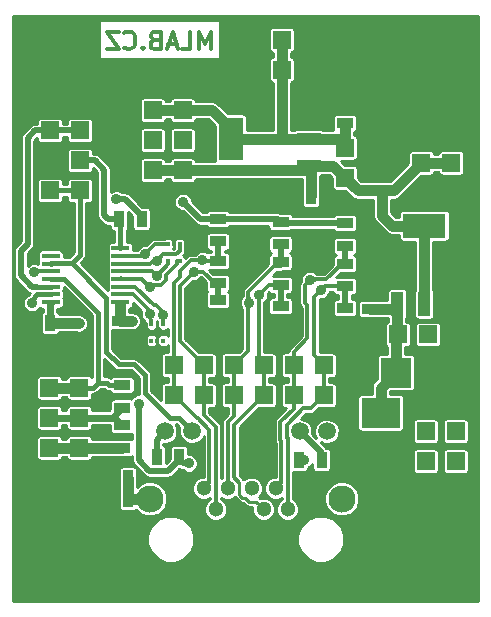
<source format=gbr>
G04 #@! TF.FileFunction,Copper,L2,Bot,Signal*
%FSLAX46Y46*%
G04 Gerber Fmt 4.6, Leading zero omitted, Abs format (unit mm)*
G04 Created by KiCad (PCBNEW 4.0.1-stable) date 16. 2. 2016 14:22:53*
%MOMM*%
G01*
G04 APERTURE LIST*
%ADD10C,0.300000*%
%ADD11C,2.300000*%
%ADD12C,1.300000*%
%ADD13C,1.500000*%
%ADD14R,1.524000X1.524000*%
%ADD15R,1.397000X0.889000*%
%ADD16R,0.889000X1.397000*%
%ADD17C,6.000000*%
%ADD18R,3.657600X2.032000*%
%ADD19R,1.016000X2.032000*%
%ADD20R,2.032000X3.657600*%
%ADD21R,2.032000X1.016000*%
%ADD22R,1.500000X0.450000*%
%ADD23R,2.550160X2.499360*%
%ADD24R,0.299720X0.449580*%
%ADD25R,3.299460X2.499360*%
%ADD26C,0.890000*%
%ADD27C,0.400000*%
%ADD28C,0.900000*%
%ADD29C,0.500000*%
%ADD30C,0.250000*%
%ADD31C,0.600000*%
%ADD32C,0.254000*%
G04 APERTURE END LIST*
D10*
X17338928Y47327429D02*
X17338928Y48827429D01*
X16838928Y47756000D01*
X16338928Y48827429D01*
X16338928Y47327429D01*
X14910356Y47327429D02*
X15624642Y47327429D01*
X15624642Y48827429D01*
X14481785Y47756000D02*
X13767499Y47756000D01*
X14624642Y47327429D02*
X14124642Y48827429D01*
X13624642Y47327429D01*
X12624642Y48113143D02*
X12410356Y48041714D01*
X12338928Y47970286D01*
X12267499Y47827429D01*
X12267499Y47613143D01*
X12338928Y47470286D01*
X12410356Y47398857D01*
X12553214Y47327429D01*
X13124642Y47327429D01*
X13124642Y48827429D01*
X12624642Y48827429D01*
X12481785Y48756000D01*
X12410356Y48684571D01*
X12338928Y48541714D01*
X12338928Y48398857D01*
X12410356Y48256000D01*
X12481785Y48184571D01*
X12624642Y48113143D01*
X13124642Y48113143D01*
X11624642Y47470286D02*
X11553214Y47398857D01*
X11624642Y47327429D01*
X11696071Y47398857D01*
X11624642Y47470286D01*
X11624642Y47327429D01*
X10053213Y47470286D02*
X10124642Y47398857D01*
X10338928Y47327429D01*
X10481785Y47327429D01*
X10696070Y47398857D01*
X10838928Y47541714D01*
X10910356Y47684571D01*
X10981785Y47970286D01*
X10981785Y48184571D01*
X10910356Y48470286D01*
X10838928Y48613143D01*
X10696070Y48756000D01*
X10481785Y48827429D01*
X10338928Y48827429D01*
X10124642Y48756000D01*
X10053213Y48684571D01*
X9553213Y48827429D02*
X8553213Y48827429D01*
X9553213Y47327429D01*
X8553213Y47327429D01*
D11*
X28450000Y9272000D03*
X12190000Y9272000D03*
D12*
X17780000Y8382000D03*
X19810000Y8382000D03*
X21840000Y8382000D03*
X23870000Y8382000D03*
X16760000Y10162000D03*
X18790000Y10162000D03*
X20820000Y10162000D03*
X22850000Y10162000D03*
D13*
X27180000Y14982000D03*
X24890000Y14982000D03*
X15750000Y14982000D03*
X13460000Y14982000D03*
D14*
X35560000Y17526000D03*
X38100000Y17526000D03*
X35560000Y14986000D03*
X38100000Y14986000D03*
X35560000Y12446000D03*
X38100000Y12446000D03*
X35560000Y9906000D03*
X38100000Y9906000D03*
D15*
X30861000Y25336500D03*
X30861000Y23431500D03*
X31877000Y35369500D03*
X31877000Y37274500D03*
D16*
X25844500Y34925000D03*
X23939500Y34925000D03*
D15*
X28702000Y41084500D03*
X28702000Y42989500D03*
D16*
X3746500Y24130000D03*
X1841500Y24130000D03*
D14*
X14224000Y18034000D03*
X14224000Y20574000D03*
X16764000Y18034000D03*
X16764000Y20574000D03*
X19304000Y18034000D03*
X19304000Y20574000D03*
X21844000Y18034000D03*
X21844000Y20574000D03*
X24384000Y18034000D03*
X24384000Y20574000D03*
X26924000Y18034000D03*
X26924000Y20574000D03*
X35179000Y40259000D03*
X37719000Y40259000D03*
X35179000Y37719000D03*
X37719000Y37719000D03*
X35179000Y35179000D03*
X37719000Y35179000D03*
X28702000Y38989000D03*
X28702000Y36449000D03*
X14986000Y37084000D03*
X14986000Y39624000D03*
X14986000Y42164000D03*
X20828000Y45593000D03*
X20828000Y48133000D03*
X23368000Y45593000D03*
X23368000Y48133000D03*
X25908000Y45593000D03*
X25908000Y48133000D03*
X3746500Y37909500D03*
X6286500Y37909500D03*
X6286500Y40449500D03*
X3746500Y40449500D03*
X6223000Y21209000D03*
X3683000Y21209000D03*
X6223000Y13589000D03*
X3683000Y13589000D03*
X6223000Y16129000D03*
X3683000Y16129000D03*
X6223000Y18669000D03*
X3683000Y18669000D03*
X6223000Y11049000D03*
X3683000Y11049000D03*
D17*
X5080000Y45720000D03*
X35560000Y5080000D03*
X5080000Y5080000D03*
X35560000Y45720000D03*
D16*
X24828500Y12573000D03*
X26733500Y12573000D03*
X14668500Y12827000D03*
X12763500Y12827000D03*
D15*
X17957800Y32956500D03*
X17957800Y31051500D03*
X17945100Y29413200D03*
X17945100Y27508200D03*
X17970500Y26098500D03*
X17970500Y24193500D03*
X23266400Y32727900D03*
X23266400Y30822900D03*
X23266400Y29298900D03*
X23266400Y27393900D03*
X23266400Y25565100D03*
X23266400Y23660100D03*
X28702000Y32600900D03*
X28702000Y30695900D03*
X28702000Y29171900D03*
X28702000Y27266900D03*
X28702000Y25438100D03*
X28702000Y23533100D03*
D16*
X9588500Y32956500D03*
X11493500Y32956500D03*
D15*
X9875520Y16987520D03*
X9875520Y18892520D03*
D18*
X35433000Y32385000D03*
D19*
X35433000Y25781000D03*
X33147000Y25781000D03*
X37719000Y25781000D03*
D20*
X19050000Y39751000D03*
D21*
X25654000Y39751000D03*
X25654000Y37465000D03*
X25654000Y42037000D03*
D22*
X3806400Y25919000D03*
X3806400Y26569000D03*
X3806400Y27219000D03*
X3806400Y27869000D03*
X3806400Y28519000D03*
X3806400Y29169000D03*
X3806400Y29819000D03*
X3806400Y30469000D03*
X9706400Y30469000D03*
X9706400Y29819000D03*
X9706400Y29169000D03*
X9706400Y28519000D03*
X9706400Y27869000D03*
X9706400Y27219000D03*
X9706400Y26569000D03*
X9706400Y25919000D03*
D23*
X38084760Y19939000D03*
X33035240Y19939000D03*
D15*
X9652000Y24320500D03*
X9652000Y22415500D03*
D24*
X13327380Y22666960D03*
X12326620Y22666960D03*
X13327380Y24069040D03*
X12827000Y22666960D03*
X12326620Y24069040D03*
X13723620Y30800040D03*
X14724380Y30800040D03*
X13723620Y29397960D03*
X14224000Y30800040D03*
X14724380Y29397960D03*
D14*
X12446000Y37084000D03*
X12446000Y39624000D03*
X12446000Y42164000D03*
X33210500Y23177500D03*
X35750500Y23177500D03*
D15*
X9842500Y15494000D03*
X9842500Y13589000D03*
D14*
X6286500Y35369500D03*
X3746500Y35369500D03*
D16*
X10350500Y9271000D03*
X8445500Y9271000D03*
X8445500Y10985500D03*
X10350500Y10985500D03*
D25*
X31750000Y9743440D03*
X31750000Y16545560D03*
D26*
X23114000Y21844000D03*
X23114000Y22733000D03*
X12446000Y21463000D03*
X12700000Y20193000D03*
X16764000Y22034500D03*
X18478500Y22034500D03*
X12700000Y18796000D03*
X15494000Y12255500D03*
X10673078Y24302720D03*
X11272520Y17332960D03*
X25273000Y12573000D03*
X15013002Y34417000D03*
X6212840Y24109681D03*
X9372600Y34625278D03*
X2413000Y28448000D03*
X16637000Y29464000D03*
X11811000Y29972000D03*
X15924765Y28507789D03*
X12775132Y29436956D03*
X21443851Y26542524D03*
X12770702Y28160372D03*
X20569627Y25875237D03*
X12192000Y27178000D03*
X25776627Y27817373D03*
X13322300Y24866600D03*
X26670000Y26924000D03*
X12192000Y24892000D03*
X2225040Y25852120D03*
D27*
X23266400Y23660100D02*
X22885400Y22961600D01*
X22885400Y22961600D02*
X23114000Y22733000D01*
D10*
X12306300Y21602700D02*
X12446000Y21463000D01*
X9652000Y22415500D02*
X12306300Y21602700D01*
X12946380Y19946620D02*
X12700000Y20193000D01*
X12700000Y18796000D02*
X12946380Y19946620D01*
X23266400Y23660100D02*
X23266400Y23456900D01*
X23266400Y23456900D02*
X22686566Y21854301D01*
X17970500Y24193500D02*
X17970500Y22542500D01*
X17970500Y22542500D02*
X18478500Y22034500D01*
D28*
X31877000Y35369500D02*
X31877000Y33212200D01*
X31877000Y33212200D02*
X32704200Y32385000D01*
X32704200Y32385000D02*
X35433000Y32385000D01*
X35433000Y25781000D02*
X35433000Y32385000D01*
X14986000Y37084000D02*
X25273000Y37084000D01*
X25273000Y37084000D02*
X25654000Y37465000D01*
X12446000Y37084000D02*
X14986000Y37084000D01*
X32829500Y35369500D02*
X31877000Y35369500D01*
X35179000Y37719000D02*
X32829500Y35369500D01*
X29781500Y35369500D02*
X28702000Y36449000D01*
X31877000Y35369500D02*
X29781500Y35369500D01*
X27686000Y37465000D02*
X28702000Y36449000D01*
X25654000Y37465000D02*
X27686000Y37465000D01*
X25844500Y37274500D02*
X25654000Y37465000D01*
X25844500Y34925000D02*
X25844500Y37274500D01*
X35179000Y37719000D02*
X37719000Y37719000D01*
X25654000Y39751000D02*
X23368000Y39751000D01*
X23368000Y39751000D02*
X19050000Y39751000D01*
X23368000Y45593000D02*
X23368000Y43931000D01*
X23368000Y43931000D02*
X23368000Y39751000D01*
X19050000Y40576500D02*
X17462500Y42164000D01*
X17462500Y42164000D02*
X14986000Y42164000D01*
X19050000Y39751000D02*
X19050000Y40576500D01*
X25654000Y39751000D02*
X28687783Y39751000D01*
X28687783Y39751000D02*
X28702000Y39765217D01*
X28702000Y39765217D02*
X28702000Y38989000D01*
X28702000Y41084500D02*
X28702000Y39765217D01*
X23368000Y48133000D02*
X23368000Y45593000D01*
X12446000Y42164000D02*
X14986000Y42164000D01*
D29*
X14986000Y12255500D02*
X15069736Y12255500D01*
X14668500Y12573000D02*
X14986000Y12255500D01*
X15069736Y12255500D02*
X15494000Y12255500D01*
X14668500Y12827000D02*
X14668500Y12573000D01*
D28*
X9652000Y24320500D02*
X9669780Y24302720D01*
X10248814Y24302720D02*
X10673078Y24302720D01*
X9669780Y24302720D02*
X10248814Y24302720D01*
D29*
X11272520Y16908696D02*
X11272520Y17332960D01*
X11272520Y12524656D02*
X11272520Y16908696D01*
X13724000Y11628500D02*
X12168676Y11628500D01*
X14668500Y12573000D02*
X13724000Y11628500D01*
X12168676Y11628500D02*
X11272520Y12524656D01*
D30*
X9706400Y25919000D02*
X9706400Y24374900D01*
X9706400Y24374900D02*
X9652000Y24320500D01*
D29*
X24828500Y12573000D02*
X25273000Y12573000D01*
X28702000Y32600900D02*
X23393400Y32600900D01*
X23393400Y32600900D02*
X23266400Y32727900D01*
X17957800Y32956500D02*
X23037800Y32956500D01*
X23037800Y32956500D02*
X23266400Y32727900D01*
X17957800Y32956500D02*
X16473502Y32956500D01*
X16473502Y32956500D02*
X15013002Y34417000D01*
D28*
X9652000Y24320500D02*
X9652000Y25665000D01*
X9652000Y25665000D02*
X9680999Y25693999D01*
X9680999Y25693999D02*
X9706400Y25693999D01*
X6192521Y24130000D02*
X6212840Y24109681D01*
X3746500Y24130000D02*
X6192521Y24130000D01*
D29*
X9796864Y34625278D02*
X9372600Y34625278D01*
X10078722Y34625278D02*
X9796864Y34625278D01*
X11493500Y33210500D02*
X10078722Y34625278D01*
X11493500Y32956500D02*
X11493500Y33210500D01*
D31*
X8702040Y16129000D02*
X9017000Y16129000D01*
X6223000Y16129000D02*
X8702040Y16129000D01*
X8702040Y16129000D02*
X9207500Y16129000D01*
X9207500Y16129000D02*
X9842500Y15494000D01*
X9017000Y16129000D02*
X9875520Y16987520D01*
X3746500Y24130000D02*
X3746500Y25784099D01*
X3746500Y25784099D02*
X3806400Y25843999D01*
X3873500Y24257000D02*
X3746500Y24130000D01*
X6223000Y16129000D02*
X3683000Y16129000D01*
D29*
X12763500Y12827000D02*
X12763500Y14285500D01*
X12763500Y14285500D02*
X13460000Y14982000D01*
D27*
X6286500Y35369500D02*
X3746500Y35369500D01*
X5594714Y29223288D02*
X6286500Y29915074D01*
X6286500Y29915074D02*
X6286500Y35369500D01*
X13925783Y16088215D02*
X14643785Y16088215D01*
X5594714Y29223288D02*
X8509000Y26309002D01*
X8509000Y26309002D02*
X8509000Y21695498D01*
X11811000Y18202998D02*
X13925783Y16088215D01*
X4876401Y29193999D02*
X4905690Y29223288D01*
X8509000Y21695498D02*
X9547997Y20656501D01*
X15000001Y15731999D02*
X15750000Y14982000D01*
X14643785Y16088215D02*
X15000001Y15731999D01*
X11811000Y19706502D02*
X11811000Y18202998D01*
X9547997Y20656501D02*
X10861001Y20656501D01*
X4905690Y29223288D02*
X5594714Y29223288D01*
X3831399Y29193999D02*
X4876401Y29193999D01*
X3806400Y29169000D02*
X3831399Y29193999D01*
X10861001Y20656501D02*
X11811000Y19706502D01*
D29*
X26733500Y12573000D02*
X26733500Y13138500D01*
X26733500Y13138500D02*
X24890000Y14982000D01*
D10*
X3806400Y28519000D02*
X2484000Y28519000D01*
X2484000Y28519000D02*
X2413000Y28448000D01*
X16637000Y29464000D02*
X15704374Y29464000D01*
X15704374Y29464000D02*
X14776870Y28536496D01*
X14776870Y28536496D02*
X14776870Y28067000D01*
X14776870Y28067000D02*
X14224000Y27514130D01*
X14224000Y27514130D02*
X14224000Y20574000D01*
X17945100Y29413200D02*
X16687800Y29413200D01*
X16687800Y29413200D02*
X16637000Y29464000D01*
X11811000Y29972000D02*
X12639040Y30800040D01*
X12639040Y30800040D02*
X13723620Y30800040D01*
X9706400Y29819000D02*
X11658000Y29819000D01*
X11658000Y29819000D02*
X11811000Y29972000D01*
X13013917Y30800040D02*
X13223620Y30800040D01*
X13223620Y30800040D02*
X13723620Y30800040D01*
X17945100Y29413200D02*
X17691100Y29413200D01*
X17691100Y29413200D02*
X17621654Y29343754D01*
X14224000Y18034000D02*
X14224000Y20574000D01*
X18199100Y29413200D02*
X17945100Y29413200D01*
X16760000Y10162000D02*
X17230001Y10632001D01*
X16175999Y16082001D02*
X14224000Y18034000D01*
X17230001Y10632001D02*
X17230001Y15130001D01*
X17230001Y15130001D02*
X16278001Y16082001D01*
X16278001Y16082001D02*
X16175999Y16082001D01*
D29*
X17945100Y29413200D02*
X17945100Y31038800D01*
X17945100Y31038800D02*
X17957800Y31051500D01*
D10*
X16764000Y20574000D02*
X14724010Y22613990D01*
X14724010Y22613990D02*
X14724010Y27307020D01*
X14724010Y27307020D02*
X15479766Y28062776D01*
X15479766Y28062790D02*
X15924765Y28507789D01*
X15479766Y28062776D02*
X15479766Y28062790D01*
X17691100Y27508200D02*
X16691511Y28507789D01*
X16691511Y28507789D02*
X15924765Y28507789D01*
X17945100Y27508200D02*
X17691100Y27508200D01*
X14724380Y30800040D02*
X14724380Y30275250D01*
X13310927Y29972751D02*
X13220131Y29881955D01*
X14724380Y30275250D02*
X14421881Y29972751D01*
X14421881Y29972751D02*
X13310927Y29972751D01*
X13220131Y29881955D02*
X12775132Y29436956D01*
X9706400Y29169000D02*
X12184602Y29169000D01*
X12184602Y29169000D02*
X12452558Y29436956D01*
X12452558Y29436956D02*
X12775132Y29436956D01*
D29*
X17970500Y26098500D02*
X17970500Y27482800D01*
D10*
X17691100Y27508200D02*
X17602198Y27508200D01*
X16764000Y20574000D02*
X16108401Y21229599D01*
X16764000Y18034000D02*
X16764000Y20574000D01*
X18199100Y27508200D02*
X17945100Y27508200D01*
D29*
X17970500Y27482800D02*
X17945100Y27508200D01*
D10*
X17780000Y15357806D02*
X16764000Y16373806D01*
X16764000Y16373806D02*
X16764000Y18034000D01*
X17780000Y8382000D02*
X17780000Y15357806D01*
D29*
X17957800Y27495500D02*
X17945100Y27508200D01*
D10*
X9706400Y28519000D02*
X12412074Y28519000D01*
X12412074Y28519000D02*
X12770702Y28160372D01*
X13723620Y29397960D02*
X13723620Y29113304D01*
X13723620Y29113304D02*
X12770702Y28160386D01*
X12770702Y28160386D02*
X12770702Y28160372D01*
X21844000Y20574000D02*
X21399500Y21018500D01*
X21399500Y21018500D02*
X21399500Y26498173D01*
X21399500Y26498173D02*
X21443851Y26542524D01*
X23266400Y27393900D02*
X22250400Y27393900D01*
X22250400Y27393900D02*
X21399024Y26542524D01*
X21399024Y26542524D02*
X21443851Y26542524D01*
X23266400Y27393900D02*
X22961600Y27393900D01*
D29*
X23266400Y25565100D02*
X23266400Y27393900D01*
D30*
X19790001Y10642001D02*
X19790001Y9618119D01*
X19790001Y9618119D02*
X20033581Y9374539D01*
X20033581Y9374539D02*
X20236781Y9374539D01*
X21840000Y8382000D02*
X21190001Y9031999D01*
X21190001Y9031999D02*
X20579321Y9031999D01*
X20579321Y9031999D02*
X20236781Y9374539D01*
D10*
X19339999Y11092003D02*
X19790001Y10642001D01*
X19339999Y15529999D02*
X19339999Y11092003D01*
X21844000Y18034000D02*
X21844000Y20574000D01*
X19339999Y15529999D02*
X19692908Y15882908D01*
X19692908Y15882908D02*
X21844000Y18034000D01*
X9706400Y27869000D02*
X11520582Y27869000D01*
X11520582Y27869000D02*
X11999956Y27389626D01*
X19304000Y20574000D02*
X20510500Y21780500D01*
X20510500Y21780500D02*
X20510500Y25816110D01*
X20510500Y25816110D02*
X20569627Y25875237D01*
X20569627Y25875237D02*
X20569627Y26240127D01*
X20569627Y26240127D02*
X20545372Y26264382D01*
X20545372Y26264382D02*
X20545372Y26768372D01*
X20545372Y26768372D02*
X22733000Y28956000D01*
X22733000Y28956000D02*
X23266400Y28956000D01*
X23266400Y28956000D02*
X23266400Y29298900D01*
X11999956Y27389626D02*
X12364846Y27389626D01*
X12364846Y27389626D02*
X12389101Y27365371D01*
X12389101Y27365371D02*
X13152303Y27365371D01*
X14474000Y29156564D02*
X14474000Y29397960D01*
X13152303Y27365371D02*
X13565703Y27778771D01*
X14474000Y29397960D02*
X14724380Y29397960D01*
X13565703Y27778771D02*
X13565703Y28248267D01*
X13565703Y28248267D02*
X14474000Y29156564D01*
X23266400Y29298900D02*
X23012400Y29298900D01*
X19304000Y18034000D02*
X19304000Y20574000D01*
X18790000Y15757817D02*
X19304000Y16271817D01*
X18790000Y10162000D02*
X18790000Y15757817D01*
X19304000Y16271817D02*
X19304000Y18034000D01*
X9706400Y27869000D02*
X9781399Y27943999D01*
D29*
X23266400Y29298900D02*
X23266400Y30822900D01*
D10*
X25527000Y22860000D02*
X25527000Y25654000D01*
X25527000Y25654000D02*
X25331628Y25849372D01*
X25331628Y25849372D02*
X25331628Y27372374D01*
X25331628Y27372374D02*
X25776627Y27817373D01*
X25776627Y27817373D02*
X26141517Y27817373D01*
X26141517Y27817373D02*
X26165772Y27841628D01*
X26165772Y27841628D02*
X27117728Y27841628D01*
X27117728Y27841628D02*
X28448000Y29171900D01*
X28448000Y29171900D02*
X28702000Y29171900D01*
X13322300Y24866600D02*
X13322300Y25042442D01*
X13322300Y25042442D02*
X12703141Y25661601D01*
X12703141Y25661601D02*
X12527313Y25661601D01*
X13327380Y24069040D02*
X13327380Y24861520D01*
X13327380Y24861520D02*
X13322300Y24866600D01*
X9706400Y27219000D02*
X10969914Y27219000D01*
X10969914Y27219000D02*
X12527313Y25661601D01*
X24384000Y20574000D02*
X24384000Y21717000D01*
X24384000Y21717000D02*
X25527000Y22860000D01*
X24384000Y18034000D02*
X24384000Y16898908D01*
X23320001Y15834909D02*
X23320001Y15817807D01*
X24384000Y16898908D02*
X23320001Y15834909D01*
X23240009Y14226185D02*
X23320001Y14146193D01*
X23320001Y10632001D02*
X22850000Y10162000D01*
X23320001Y15817807D02*
X23240008Y15737814D01*
X23240008Y15737814D02*
X23240009Y14226185D01*
X23320001Y14146193D02*
X23320001Y10632001D01*
X24384000Y20574000D02*
X24384000Y20637500D01*
X28473400Y29171900D02*
X28702000Y29171900D01*
X24384000Y18034000D02*
X24384000Y20574000D01*
X22852380Y10159620D02*
X22850000Y10162000D01*
D29*
X28702000Y29171900D02*
X28702000Y30695900D01*
D10*
X9706400Y26569000D02*
X10756400Y26569000D01*
X10756400Y26569000D02*
X12192000Y25133400D01*
X12192000Y25133400D02*
X12192000Y24892000D01*
X26924000Y20574000D02*
X26098500Y21399500D01*
X26098500Y21399500D02*
X26098500Y26352500D01*
X26098500Y26352500D02*
X26670000Y26924000D01*
X28702000Y27266900D02*
X27012900Y27266900D01*
X27012900Y27266900D02*
X26670000Y26924000D01*
X12326620Y24069040D02*
X12197080Y24886920D01*
X12197080Y24886920D02*
X12192000Y24892000D01*
X26924000Y18034000D02*
X25811999Y16921999D01*
X23789999Y14453999D02*
X23870000Y14373998D01*
X25811999Y16921999D02*
X25184907Y16921999D01*
X25184907Y16921999D02*
X23870000Y15607092D01*
X23870000Y15607092D02*
X23870000Y15590002D01*
X23870000Y15590002D02*
X23789999Y15510001D01*
X23789999Y15510001D02*
X23789999Y14453999D01*
X23870000Y14373998D02*
X23870000Y10632000D01*
X23870000Y10632000D02*
X23870000Y8382000D01*
X26924000Y20574000D02*
X26924000Y20637500D01*
X28486100Y27266900D02*
X28702000Y27266900D01*
X26924000Y18034000D02*
X26924000Y20574000D01*
D29*
X28702000Y25438100D02*
X28702000Y27266900D01*
X8318500Y33274000D02*
X8318500Y37139500D01*
X8318500Y37139500D02*
X7548500Y37909500D01*
X7548500Y37909500D02*
X6286500Y37909500D01*
X8326500Y33274000D02*
X8318500Y33274000D01*
X9588500Y32956500D02*
X8644000Y32956500D01*
X8644000Y32956500D02*
X8326500Y33274000D01*
D27*
X9706400Y30469000D02*
X9706400Y32838600D01*
X9706400Y32838600D02*
X9588500Y32956500D01*
X2225040Y26137640D02*
X2225040Y25852120D01*
X2656400Y26569000D02*
X2225040Y26137640D01*
X3806400Y26569000D02*
X2656400Y26569000D01*
D28*
X9842500Y13589000D02*
X6223000Y13589000D01*
X6223000Y13589000D02*
X3683000Y13589000D01*
D27*
X7814690Y19098690D02*
X7810500Y19094500D01*
X7814690Y25010710D02*
X7814690Y19098690D01*
X4956400Y27869000D02*
X7814690Y25010710D01*
X3806400Y27869000D02*
X4956400Y27869000D01*
X9875520Y18892520D02*
X8777020Y18892520D01*
X8777020Y18892520D02*
X8575040Y19094500D01*
X8575040Y19094500D02*
X7810500Y19094500D01*
X6223000Y18669000D02*
X7385000Y18669000D01*
X7385000Y18669000D02*
X7810500Y19094500D01*
D28*
X6223000Y18669000D02*
X3683000Y18669000D01*
D29*
X2230406Y27219000D02*
X1270000Y28179406D01*
X1850959Y39815959D02*
X1850959Y30861000D01*
X1270000Y28179406D02*
X1270000Y30280041D01*
X1270000Y30280041D02*
X1850959Y30861000D01*
X2304406Y27219000D02*
X2230406Y27219000D01*
D27*
X3806400Y27219000D02*
X2304406Y27219000D01*
X2304406Y27219000D02*
X1270000Y28253406D01*
D29*
X3746500Y40449500D02*
X2484500Y40449500D01*
X2484500Y40449500D02*
X1850959Y39815959D01*
X2367965Y27219010D02*
X2671388Y27219010D01*
D27*
X3806400Y27219000D02*
X2671398Y27219000D01*
X2671398Y27219000D02*
X2671388Y27219010D01*
D29*
X6286500Y40449500D02*
X3746500Y40449500D01*
D28*
X31750000Y16545560D02*
X31750000Y18653760D01*
X31750000Y18653760D02*
X33035240Y19939000D01*
X32702500Y25336500D02*
X33147000Y25781000D01*
X30861000Y25336500D02*
X32702500Y25336500D01*
X33035240Y23002240D02*
X33210500Y23177500D01*
X33035240Y19939000D02*
X33035240Y23002240D01*
X33147000Y23241000D02*
X33210500Y23177500D01*
X33147000Y25781000D02*
X33147000Y23241000D01*
X10350500Y9271000D02*
X12189000Y9271000D01*
X12189000Y9271000D02*
X12190000Y9272000D01*
X10350500Y10985500D02*
X10350500Y9271000D01*
D32*
G36*
X40009000Y631000D02*
X631000Y631000D01*
X631000Y5450476D01*
X11992657Y5450476D01*
X12293003Y4723582D01*
X12848657Y4166958D01*
X13575025Y3865344D01*
X14361524Y3864657D01*
X15088418Y4165003D01*
X15645042Y4720657D01*
X15946656Y5447025D01*
X15946659Y5450476D01*
X24692657Y5450476D01*
X24993003Y4723582D01*
X25548657Y4166958D01*
X26275025Y3865344D01*
X27061524Y3864657D01*
X27788418Y4165003D01*
X28345042Y4720657D01*
X28646656Y5447025D01*
X28647343Y6233524D01*
X28346997Y6960418D01*
X27791343Y7517042D01*
X27064975Y7818656D01*
X26278476Y7819343D01*
X25551582Y7518997D01*
X24994958Y6963343D01*
X24693344Y6236975D01*
X24692657Y5450476D01*
X15946659Y5450476D01*
X15947343Y6233524D01*
X15646997Y6960418D01*
X15091343Y7517042D01*
X14364975Y7818656D01*
X13578476Y7819343D01*
X12851582Y7518997D01*
X12294958Y6963343D01*
X11993344Y6236975D01*
X11992657Y5450476D01*
X631000Y5450476D01*
X631000Y11684000D01*
X9572594Y11684000D01*
X9572594Y10287000D01*
X9573500Y10282185D01*
X9573500Y9973974D01*
X9572594Y9969500D01*
X9572594Y8572500D01*
X9595395Y8451321D01*
X9667012Y8340026D01*
X9776286Y8265362D01*
X9906000Y8239094D01*
X10795000Y8239094D01*
X10916179Y8261895D01*
X11027474Y8333512D01*
X11032514Y8340889D01*
X11352254Y8020591D01*
X11894918Y7795257D01*
X12482505Y7794744D01*
X13025560Y8019130D01*
X13441409Y8434254D01*
X13666743Y8976918D01*
X13667256Y9564505D01*
X13442870Y10107560D01*
X13027746Y10523409D01*
X12485082Y10748743D01*
X11897495Y10749256D01*
X11354440Y10524870D01*
X11128406Y10299230D01*
X11128406Y11684000D01*
X11105605Y11805179D01*
X11033988Y11916474D01*
X10924714Y11991138D01*
X10795000Y12017406D01*
X9906000Y12017406D01*
X9784821Y11994605D01*
X9673526Y11922988D01*
X9598862Y11813714D01*
X9572594Y11684000D01*
X631000Y11684000D01*
X631000Y30280041D01*
X692999Y30280041D01*
X693000Y30280036D01*
X693000Y28179411D01*
X692999Y28179406D01*
X736922Y27958598D01*
X861999Y27771405D01*
X1822403Y26811002D01*
X1822405Y26810999D01*
X2009598Y26685922D01*
X2024974Y26682864D01*
X1891873Y26549763D01*
X1788309Y26506971D01*
X1570952Y26289994D01*
X1453175Y26006354D01*
X1452907Y25699233D01*
X1570189Y25415389D01*
X1787166Y25198032D01*
X2070806Y25080255D01*
X2377927Y25079987D01*
X2661771Y25197269D01*
X2879128Y25414246D01*
X2880781Y25418227D01*
X2926686Y25386862D01*
X3056400Y25360594D01*
X3119500Y25360594D01*
X3119500Y25099646D01*
X3069526Y25067488D01*
X2994862Y24958214D01*
X2968594Y24828500D01*
X2968594Y23431500D01*
X2991395Y23310321D01*
X3063012Y23199026D01*
X3172286Y23124362D01*
X3302000Y23098094D01*
X4191000Y23098094D01*
X4312179Y23120895D01*
X4423474Y23192512D01*
X4498138Y23301786D01*
X4508509Y23353000D01*
X6022039Y23353000D01*
X6058606Y23337816D01*
X6187591Y23337703D01*
X6212840Y23332681D01*
X6237869Y23337660D01*
X6365727Y23337548D01*
X6484939Y23386805D01*
X6510184Y23391827D01*
X6531399Y23406002D01*
X6649571Y23454830D01*
X6740858Y23545957D01*
X6762262Y23560259D01*
X6776438Y23581476D01*
X6866928Y23671807D01*
X6916394Y23790936D01*
X6930694Y23812337D01*
X6935672Y23837361D01*
X6984705Y23955447D01*
X6984818Y24084432D01*
X6989840Y24109681D01*
X6984861Y24134710D01*
X6984973Y24262568D01*
X6935716Y24381779D01*
X6930694Y24407026D01*
X6916518Y24428242D01*
X6867691Y24546412D01*
X6776564Y24637699D01*
X6762262Y24659103D01*
X6741943Y24679422D01*
X6720833Y24693527D01*
X6650714Y24763769D01*
X6558243Y24802166D01*
X6489866Y24847854D01*
X6409913Y24863758D01*
X6367074Y24881546D01*
X6320281Y24881587D01*
X6192521Y24907000D01*
X4509635Y24907000D01*
X4501605Y24949679D01*
X4429988Y25060974D01*
X4373500Y25099571D01*
X4373500Y25360594D01*
X4556400Y25360594D01*
X4677579Y25383395D01*
X4788874Y25455012D01*
X4863538Y25564286D01*
X4889806Y25694000D01*
X4889806Y26144000D01*
X4870299Y26247673D01*
X4889806Y26344000D01*
X4889806Y26794000D01*
X4870299Y26897673D01*
X4889806Y26994000D01*
X4889806Y27190304D01*
X7287690Y24792419D01*
X7287690Y19564479D01*
X7223988Y19663474D01*
X7114714Y19738138D01*
X6985000Y19764406D01*
X5461000Y19764406D01*
X5339821Y19741605D01*
X5228526Y19669988D01*
X5153862Y19560714D01*
X5130632Y19446000D01*
X4775584Y19446000D01*
X4755605Y19552179D01*
X4683988Y19663474D01*
X4574714Y19738138D01*
X4445000Y19764406D01*
X2921000Y19764406D01*
X2799821Y19741605D01*
X2688526Y19669988D01*
X2613862Y19560714D01*
X2587594Y19431000D01*
X2587594Y17907000D01*
X2610395Y17785821D01*
X2682012Y17674526D01*
X2791286Y17599862D01*
X2921000Y17573594D01*
X4445000Y17573594D01*
X4566179Y17596395D01*
X4677474Y17668012D01*
X4752138Y17777286D01*
X4775368Y17892000D01*
X5130416Y17892000D01*
X5150395Y17785821D01*
X5222012Y17674526D01*
X5331286Y17599862D01*
X5461000Y17573594D01*
X6985000Y17573594D01*
X7106179Y17596395D01*
X7217474Y17668012D01*
X7292138Y17777286D01*
X7318406Y17907000D01*
X7318406Y18142000D01*
X7385000Y18142000D01*
X7586675Y18182115D01*
X7757645Y18296355D01*
X8028790Y18567500D01*
X8356750Y18567500D01*
X8404375Y18519875D01*
X8575345Y18405635D01*
X8777020Y18365520D01*
X8859137Y18365520D01*
X8866415Y18326841D01*
X8938032Y18215546D01*
X9047306Y18140882D01*
X9177020Y18114614D01*
X10574020Y18114614D01*
X10695199Y18137415D01*
X10806494Y18209032D01*
X10881158Y18318306D01*
X10907426Y18448020D01*
X10907426Y19337020D01*
X10884625Y19458199D01*
X10813008Y19569494D01*
X10703734Y19644158D01*
X10574020Y19670426D01*
X9177020Y19670426D01*
X9055841Y19647625D01*
X8944546Y19576008D01*
X8894462Y19502708D01*
X8776715Y19581385D01*
X8575040Y19621500D01*
X8341690Y19621500D01*
X8341690Y21117518D01*
X9175352Y20283855D01*
X9346323Y20169616D01*
X9547997Y20129501D01*
X10642711Y20129501D01*
X11284000Y19488211D01*
X11284000Y18202998D01*
X11303506Y18104933D01*
X11119633Y18105093D01*
X10835789Y17987811D01*
X10618432Y17770834D01*
X10612916Y17757549D01*
X10574020Y17765426D01*
X9177020Y17765426D01*
X9055841Y17742625D01*
X8944546Y17671008D01*
X8869882Y17561734D01*
X8843614Y17432020D01*
X8843614Y16842326D01*
X8757288Y16756000D01*
X7318406Y16756000D01*
X7318406Y16891000D01*
X7295605Y17012179D01*
X7223988Y17123474D01*
X7114714Y17198138D01*
X6985000Y17224406D01*
X5461000Y17224406D01*
X5339821Y17201605D01*
X5228526Y17129988D01*
X5153862Y17020714D01*
X5127594Y16891000D01*
X5127594Y16756000D01*
X4778406Y16756000D01*
X4778406Y16891000D01*
X4755605Y17012179D01*
X4683988Y17123474D01*
X4574714Y17198138D01*
X4445000Y17224406D01*
X2921000Y17224406D01*
X2799821Y17201605D01*
X2688526Y17129988D01*
X2613862Y17020714D01*
X2587594Y16891000D01*
X2587594Y15367000D01*
X2610395Y15245821D01*
X2682012Y15134526D01*
X2791286Y15059862D01*
X2921000Y15033594D01*
X4445000Y15033594D01*
X4566179Y15056395D01*
X4677474Y15128012D01*
X4752138Y15237286D01*
X4778406Y15367000D01*
X4778406Y15502000D01*
X5127594Y15502000D01*
X5127594Y15367000D01*
X5150395Y15245821D01*
X5222012Y15134526D01*
X5331286Y15059862D01*
X5461000Y15033594D01*
X6985000Y15033594D01*
X7106179Y15056395D01*
X7217474Y15128012D01*
X7292138Y15237286D01*
X7318406Y15367000D01*
X7318406Y15502000D01*
X8810594Y15502000D01*
X8810594Y15049500D01*
X8833395Y14928321D01*
X8905012Y14817026D01*
X9014286Y14742362D01*
X9144000Y14716094D01*
X10541000Y14716094D01*
X10662179Y14738895D01*
X10695520Y14760350D01*
X10695520Y14323689D01*
X10670714Y14340638D01*
X10541000Y14366906D01*
X9144000Y14366906D01*
X9139185Y14366000D01*
X7315584Y14366000D01*
X7295605Y14472179D01*
X7223988Y14583474D01*
X7114714Y14658138D01*
X6985000Y14684406D01*
X5461000Y14684406D01*
X5339821Y14661605D01*
X5228526Y14589988D01*
X5153862Y14480714D01*
X5130632Y14366000D01*
X4775584Y14366000D01*
X4755605Y14472179D01*
X4683988Y14583474D01*
X4574714Y14658138D01*
X4445000Y14684406D01*
X2921000Y14684406D01*
X2799821Y14661605D01*
X2688526Y14589988D01*
X2613862Y14480714D01*
X2587594Y14351000D01*
X2587594Y12827000D01*
X2610395Y12705821D01*
X2682012Y12594526D01*
X2791286Y12519862D01*
X2921000Y12493594D01*
X4445000Y12493594D01*
X4566179Y12516395D01*
X4677474Y12588012D01*
X4752138Y12697286D01*
X4775368Y12812000D01*
X5130416Y12812000D01*
X5150395Y12705821D01*
X5222012Y12594526D01*
X5331286Y12519862D01*
X5461000Y12493594D01*
X6985000Y12493594D01*
X7106179Y12516395D01*
X7217474Y12588012D01*
X7292138Y12697286D01*
X7315368Y12812000D01*
X9139526Y12812000D01*
X9144000Y12811094D01*
X10541000Y12811094D01*
X10662179Y12833895D01*
X10695520Y12855350D01*
X10695520Y12524661D01*
X10695519Y12524656D01*
X10739442Y12303848D01*
X10864519Y12116655D01*
X11760675Y11220499D01*
X11947868Y11095422D01*
X12168676Y11051499D01*
X12168681Y11051500D01*
X13723995Y11051500D01*
X13724000Y11051499D01*
X13944808Y11095422D01*
X14132001Y11220499D01*
X14686502Y11775000D01*
X14718948Y11753321D01*
X14765192Y11722422D01*
X14977482Y11680193D01*
X15056126Y11601412D01*
X15339766Y11483635D01*
X15646887Y11483367D01*
X15930731Y11600649D01*
X16148088Y11817626D01*
X16265865Y12101266D01*
X16266133Y12408387D01*
X16148851Y12692231D01*
X15931874Y12909588D01*
X15648234Y13027365D01*
X15446406Y13027541D01*
X15446406Y13525500D01*
X15423605Y13646679D01*
X15351988Y13757974D01*
X15242714Y13832638D01*
X15113000Y13858906D01*
X14224000Y13858906D01*
X14102821Y13836105D01*
X13991526Y13764488D01*
X13916862Y13655214D01*
X13890594Y13525500D01*
X13890594Y12611095D01*
X13541406Y12261908D01*
X13541406Y13525500D01*
X13518605Y13646679D01*
X13446988Y13757974D01*
X13340500Y13830734D01*
X13340500Y13905103D01*
X13673289Y13904813D01*
X14069275Y14068431D01*
X14372504Y14371132D01*
X14536813Y14766832D01*
X14537187Y15195289D01*
X14385990Y15561215D01*
X14425495Y15561215D01*
X14627355Y15359354D01*
X14627358Y15359352D01*
X14707326Y15279384D01*
X14673187Y15197168D01*
X14672813Y14768711D01*
X14836431Y14372725D01*
X15139132Y14069496D01*
X15534832Y13905187D01*
X15963289Y13904813D01*
X16359275Y14068431D01*
X16662504Y14371132D01*
X16753001Y14589073D01*
X16753001Y11139007D01*
X16566515Y11139170D01*
X16207297Y10990744D01*
X15932222Y10716149D01*
X15783170Y10357190D01*
X15782830Y9968515D01*
X15931256Y9609297D01*
X16205851Y9334222D01*
X16564810Y9185170D01*
X16953485Y9184830D01*
X17303000Y9329247D01*
X17303000Y9242024D01*
X17227297Y9210744D01*
X16952222Y8936149D01*
X16803170Y8577190D01*
X16802830Y8188515D01*
X16951256Y7829297D01*
X17225851Y7554222D01*
X17584810Y7405170D01*
X17973485Y7404830D01*
X18332703Y7553256D01*
X18607778Y7827851D01*
X18756830Y8186810D01*
X18757170Y8575485D01*
X18608744Y8934703D01*
X18334149Y9209778D01*
X18257000Y9241813D01*
X18257000Y9325440D01*
X18594810Y9185170D01*
X18983485Y9184830D01*
X19342703Y9333256D01*
X19405370Y9395814D01*
X19470389Y9298507D01*
X19713969Y9054927D01*
X19860608Y8956945D01*
X20033581Y8922539D01*
X20049557Y8922539D01*
X20259709Y8712387D01*
X20406348Y8614405D01*
X20579321Y8579999D01*
X20864336Y8579999D01*
X20863170Y8577190D01*
X20862830Y8188515D01*
X21011256Y7829297D01*
X21285851Y7554222D01*
X21644810Y7405170D01*
X22033485Y7404830D01*
X22392703Y7553256D01*
X22667778Y7827851D01*
X22816830Y8186810D01*
X22817170Y8575485D01*
X22668744Y8934703D01*
X22394149Y9209778D01*
X22035190Y9358830D01*
X21646515Y9359170D01*
X21544292Y9316932D01*
X21509613Y9351611D01*
X21438614Y9399052D01*
X21647778Y9607851D01*
X21796830Y9966810D01*
X21796831Y9968515D01*
X21872830Y9968515D01*
X22021256Y9609297D01*
X22295851Y9334222D01*
X22654810Y9185170D01*
X23043485Y9184830D01*
X23393000Y9329247D01*
X23393000Y9242024D01*
X23317297Y9210744D01*
X23042222Y8936149D01*
X22893170Y8577190D01*
X22892830Y8188515D01*
X23041256Y7829297D01*
X23315851Y7554222D01*
X23674810Y7405170D01*
X24063485Y7404830D01*
X24422703Y7553256D01*
X24697778Y7827851D01*
X24846830Y8186810D01*
X24847170Y8575485D01*
X24698744Y8934703D01*
X24654031Y8979495D01*
X26972744Y8979495D01*
X27197130Y8436440D01*
X27612254Y8020591D01*
X28154918Y7795257D01*
X28742505Y7794744D01*
X29285560Y8019130D01*
X29701409Y8434254D01*
X29926743Y8976918D01*
X29927256Y9564505D01*
X29702870Y10107560D01*
X29287746Y10523409D01*
X28745082Y10748743D01*
X28157495Y10749256D01*
X27614440Y10524870D01*
X27198591Y10109746D01*
X26973257Y9567082D01*
X26972744Y8979495D01*
X24654031Y8979495D01*
X24424149Y9209778D01*
X24347000Y9241813D01*
X24347000Y11548587D01*
X24384000Y11541094D01*
X25273000Y11541094D01*
X25394179Y11563895D01*
X25505474Y11635512D01*
X25580138Y11744786D01*
X25606406Y11874500D01*
X25606406Y11875456D01*
X25709731Y11918149D01*
X25927088Y12135126D01*
X25955594Y12203776D01*
X25955594Y11874500D01*
X25978395Y11753321D01*
X26050012Y11642026D01*
X26159286Y11567362D01*
X26289000Y11541094D01*
X27178000Y11541094D01*
X27299179Y11563895D01*
X27410474Y11635512D01*
X27485138Y11744786D01*
X27511406Y11874500D01*
X27511406Y13208000D01*
X34464594Y13208000D01*
X34464594Y11684000D01*
X34487395Y11562821D01*
X34559012Y11451526D01*
X34668286Y11376862D01*
X34798000Y11350594D01*
X36322000Y11350594D01*
X36443179Y11373395D01*
X36554474Y11445012D01*
X36629138Y11554286D01*
X36655406Y11684000D01*
X36655406Y13208000D01*
X37004594Y13208000D01*
X37004594Y11684000D01*
X37027395Y11562821D01*
X37099012Y11451526D01*
X37208286Y11376862D01*
X37338000Y11350594D01*
X38862000Y11350594D01*
X38983179Y11373395D01*
X39094474Y11445012D01*
X39169138Y11554286D01*
X39195406Y11684000D01*
X39195406Y13208000D01*
X39172605Y13329179D01*
X39100988Y13440474D01*
X38991714Y13515138D01*
X38862000Y13541406D01*
X37338000Y13541406D01*
X37216821Y13518605D01*
X37105526Y13446988D01*
X37030862Y13337714D01*
X37004594Y13208000D01*
X36655406Y13208000D01*
X36632605Y13329179D01*
X36560988Y13440474D01*
X36451714Y13515138D01*
X36322000Y13541406D01*
X34798000Y13541406D01*
X34676821Y13518605D01*
X34565526Y13446988D01*
X34490862Y13337714D01*
X34464594Y13208000D01*
X27511406Y13208000D01*
X27511406Y13271500D01*
X27488605Y13392679D01*
X27416988Y13503974D01*
X27307714Y13578638D01*
X27178000Y13604906D01*
X27083095Y13604906D01*
X26653565Y14034436D01*
X26964832Y13905187D01*
X27393289Y13904813D01*
X27789275Y14068431D01*
X28092504Y14371132D01*
X28256813Y14766832D01*
X28257187Y15195289D01*
X28093569Y15591275D01*
X27790868Y15894504D01*
X27395168Y16058813D01*
X26966711Y16059187D01*
X26570725Y15895569D01*
X26267496Y15592868D01*
X26103187Y15197168D01*
X26102813Y14768711D01*
X26232037Y14455964D01*
X25953421Y14734581D01*
X25966813Y14766832D01*
X25967187Y15195289D01*
X25803569Y15591275D01*
X25500868Y15894504D01*
X25105168Y16058813D01*
X24996396Y16058908D01*
X25382487Y16444999D01*
X25811999Y16444999D01*
X25994539Y16481308D01*
X26149289Y16584709D01*
X26503174Y16938594D01*
X27686000Y16938594D01*
X27807179Y16961395D01*
X27918474Y17033012D01*
X27993138Y17142286D01*
X28019406Y17272000D01*
X28019406Y17795240D01*
X29766864Y17795240D01*
X29766864Y15295880D01*
X29789665Y15174701D01*
X29861282Y15063406D01*
X29970556Y14988742D01*
X30100270Y14962474D01*
X33399730Y14962474D01*
X33520909Y14985275D01*
X33632204Y15056892D01*
X33706868Y15166166D01*
X33733136Y15295880D01*
X33733136Y15748000D01*
X34464594Y15748000D01*
X34464594Y14224000D01*
X34487395Y14102821D01*
X34559012Y13991526D01*
X34668286Y13916862D01*
X34798000Y13890594D01*
X36322000Y13890594D01*
X36443179Y13913395D01*
X36554474Y13985012D01*
X36629138Y14094286D01*
X36655406Y14224000D01*
X36655406Y15748000D01*
X37004594Y15748000D01*
X37004594Y14224000D01*
X37027395Y14102821D01*
X37099012Y13991526D01*
X37208286Y13916862D01*
X37338000Y13890594D01*
X38862000Y13890594D01*
X38983179Y13913395D01*
X39094474Y13985012D01*
X39169138Y14094286D01*
X39195406Y14224000D01*
X39195406Y15748000D01*
X39172605Y15869179D01*
X39100988Y15980474D01*
X38991714Y16055138D01*
X38862000Y16081406D01*
X37338000Y16081406D01*
X37216821Y16058605D01*
X37105526Y15986988D01*
X37030862Y15877714D01*
X37004594Y15748000D01*
X36655406Y15748000D01*
X36632605Y15869179D01*
X36560988Y15980474D01*
X36451714Y16055138D01*
X36322000Y16081406D01*
X34798000Y16081406D01*
X34676821Y16058605D01*
X34565526Y15986988D01*
X34490862Y15877714D01*
X34464594Y15748000D01*
X33733136Y15748000D01*
X33733136Y17795240D01*
X33710335Y17916419D01*
X33638718Y18027714D01*
X33529444Y18102378D01*
X33399730Y18128646D01*
X32527000Y18128646D01*
X32527000Y18331916D01*
X32550998Y18355914D01*
X34310320Y18355914D01*
X34431499Y18378715D01*
X34542794Y18450332D01*
X34617458Y18559606D01*
X34643726Y18689320D01*
X34643726Y21188680D01*
X34620925Y21309859D01*
X34549308Y21421154D01*
X34440034Y21495818D01*
X34310320Y21522086D01*
X33812240Y21522086D01*
X33812240Y22082094D01*
X33972500Y22082094D01*
X34093679Y22104895D01*
X34204974Y22176512D01*
X34279638Y22285786D01*
X34305906Y22415500D01*
X34305906Y23939500D01*
X34655094Y23939500D01*
X34655094Y22415500D01*
X34677895Y22294321D01*
X34749512Y22183026D01*
X34858786Y22108362D01*
X34988500Y22082094D01*
X36512500Y22082094D01*
X36633679Y22104895D01*
X36744974Y22176512D01*
X36819638Y22285786D01*
X36845906Y22415500D01*
X36845906Y23939500D01*
X36823105Y24060679D01*
X36751488Y24171974D01*
X36642214Y24246638D01*
X36512500Y24272906D01*
X34988500Y24272906D01*
X34867321Y24250105D01*
X34756026Y24178488D01*
X34681362Y24069214D01*
X34655094Y23939500D01*
X34305906Y23939500D01*
X34283105Y24060679D01*
X34211488Y24171974D01*
X34102214Y24246638D01*
X33972500Y24272906D01*
X33924000Y24272906D01*
X33924000Y24579469D01*
X33962138Y24635286D01*
X33988406Y24765000D01*
X33988406Y26797000D01*
X33965605Y26918179D01*
X33893988Y27029474D01*
X33784714Y27104138D01*
X33655000Y27130406D01*
X32639000Y27130406D01*
X32517821Y27107605D01*
X32406526Y27035988D01*
X32331862Y26926714D01*
X32305594Y26797000D01*
X32305594Y26113500D01*
X31563974Y26113500D01*
X31559500Y26114406D01*
X30162500Y26114406D01*
X30041321Y26091605D01*
X29930026Y26019988D01*
X29855362Y25910714D01*
X29829094Y25781000D01*
X29829094Y24892000D01*
X29851895Y24770821D01*
X29923512Y24659526D01*
X30032786Y24584862D01*
X30162500Y24558594D01*
X31559500Y24558594D01*
X31564315Y24559500D01*
X32370000Y24559500D01*
X32370000Y24258135D01*
X32327321Y24250105D01*
X32216026Y24178488D01*
X32141362Y24069214D01*
X32115094Y23939500D01*
X32115094Y22415500D01*
X32137895Y22294321D01*
X32209512Y22183026D01*
X32258240Y22149731D01*
X32258240Y21522086D01*
X31760160Y21522086D01*
X31638981Y21499285D01*
X31527686Y21427668D01*
X31453022Y21318394D01*
X31426754Y21188680D01*
X31426754Y19429358D01*
X31200578Y19203182D01*
X31032146Y18951105D01*
X30973000Y18653760D01*
X30973000Y18128646D01*
X30100270Y18128646D01*
X29979091Y18105845D01*
X29867796Y18034228D01*
X29793132Y17924954D01*
X29766864Y17795240D01*
X28019406Y17795240D01*
X28019406Y18796000D01*
X27996605Y18917179D01*
X27924988Y19028474D01*
X27815714Y19103138D01*
X27686000Y19129406D01*
X27401000Y19129406D01*
X27401000Y19478594D01*
X27686000Y19478594D01*
X27807179Y19501395D01*
X27918474Y19573012D01*
X27993138Y19682286D01*
X28019406Y19812000D01*
X28019406Y21336000D01*
X27996605Y21457179D01*
X27924988Y21568474D01*
X27815714Y21643138D01*
X27686000Y21669406D01*
X26575500Y21669406D01*
X26575500Y26152083D01*
X26822887Y26151867D01*
X27106731Y26269149D01*
X27324088Y26486126D01*
X27441865Y26769766D01*
X27441883Y26789900D01*
X27676209Y26789900D01*
X27692895Y26701221D01*
X27764512Y26589926D01*
X27873786Y26515262D01*
X28003500Y26488994D01*
X28125000Y26488994D01*
X28125000Y26216006D01*
X28003500Y26216006D01*
X27882321Y26193205D01*
X27771026Y26121588D01*
X27696362Y26012314D01*
X27670094Y25882600D01*
X27670094Y24993600D01*
X27692895Y24872421D01*
X27764512Y24761126D01*
X27873786Y24686462D01*
X28003500Y24660194D01*
X29400500Y24660194D01*
X29521679Y24682995D01*
X29632974Y24754612D01*
X29707638Y24863886D01*
X29733906Y24993600D01*
X29733906Y25882600D01*
X29711105Y26003779D01*
X29639488Y26115074D01*
X29530214Y26189738D01*
X29400500Y26216006D01*
X29279000Y26216006D01*
X29279000Y26488994D01*
X29400500Y26488994D01*
X29521679Y26511795D01*
X29632974Y26583412D01*
X29707638Y26692686D01*
X29733906Y26822400D01*
X29733906Y27711400D01*
X29711105Y27832579D01*
X29639488Y27943874D01*
X29530214Y28018538D01*
X29400500Y28044806D01*
X28003500Y28044806D01*
X27993629Y28042949D01*
X28344674Y28393994D01*
X29400500Y28393994D01*
X29521679Y28416795D01*
X29632974Y28488412D01*
X29707638Y28597686D01*
X29733906Y28727400D01*
X29733906Y29616400D01*
X29711105Y29737579D01*
X29639488Y29848874D01*
X29530214Y29923538D01*
X29481930Y29933316D01*
X29521679Y29940795D01*
X29632974Y30012412D01*
X29707638Y30121686D01*
X29733906Y30251400D01*
X29733906Y31140400D01*
X29711105Y31261579D01*
X29639488Y31372874D01*
X29530214Y31447538D01*
X29400500Y31473806D01*
X28003500Y31473806D01*
X27882321Y31451005D01*
X27771026Y31379388D01*
X27696362Y31270114D01*
X27670094Y31140400D01*
X27670094Y30251400D01*
X27692895Y30130221D01*
X27764512Y30018926D01*
X27873786Y29944262D01*
X27922070Y29934484D01*
X27882321Y29927005D01*
X27771026Y29855388D01*
X27696362Y29746114D01*
X27670094Y29616400D01*
X27670094Y29068574D01*
X26920148Y28318628D01*
X26367067Y28318628D01*
X26214501Y28471461D01*
X25930861Y28589238D01*
X25623740Y28589506D01*
X25339896Y28472224D01*
X25122539Y28255247D01*
X25004762Y27971607D01*
X25004542Y27719868D01*
X24994338Y27709664D01*
X24890937Y27554914D01*
X24854628Y27372374D01*
X24854628Y25849372D01*
X24890937Y25666832D01*
X24994338Y25512082D01*
X25050000Y25456420D01*
X25050000Y23057580D01*
X24046710Y22054290D01*
X23943309Y21899540D01*
X23907000Y21717000D01*
X23907000Y21669406D01*
X23622000Y21669406D01*
X23500821Y21646605D01*
X23389526Y21574988D01*
X23314862Y21465714D01*
X23288594Y21336000D01*
X23288594Y19812000D01*
X23311395Y19690821D01*
X23383012Y19579526D01*
X23492286Y19504862D01*
X23622000Y19478594D01*
X23907000Y19478594D01*
X23907000Y19129406D01*
X23622000Y19129406D01*
X23500821Y19106605D01*
X23389526Y19034988D01*
X23314862Y18925714D01*
X23288594Y18796000D01*
X23288594Y17272000D01*
X23311395Y17150821D01*
X23383012Y17039526D01*
X23492286Y16964862D01*
X23622000Y16938594D01*
X23749106Y16938594D01*
X22982711Y16172199D01*
X22948273Y16120659D01*
X22902718Y16075104D01*
X22799317Y15920354D01*
X22763008Y15737814D01*
X22763009Y14226185D01*
X22799318Y14043645D01*
X22843001Y13978269D01*
X22843001Y11139007D01*
X22656515Y11139170D01*
X22297297Y10990744D01*
X22022222Y10716149D01*
X21873170Y10357190D01*
X21872830Y9968515D01*
X21796831Y9968515D01*
X21797170Y10355485D01*
X21648744Y10714703D01*
X21374149Y10989778D01*
X21015190Y11138830D01*
X20626515Y11139170D01*
X20267297Y10990744D01*
X20178720Y10902322D01*
X20127291Y10979291D01*
X19816999Y11289583D01*
X19816999Y15332419D01*
X21423174Y16938594D01*
X22606000Y16938594D01*
X22727179Y16961395D01*
X22838474Y17033012D01*
X22913138Y17142286D01*
X22939406Y17272000D01*
X22939406Y18796000D01*
X22916605Y18917179D01*
X22844988Y19028474D01*
X22735714Y19103138D01*
X22606000Y19129406D01*
X22321000Y19129406D01*
X22321000Y19478594D01*
X22606000Y19478594D01*
X22727179Y19501395D01*
X22838474Y19573012D01*
X22913138Y19682286D01*
X22939406Y19812000D01*
X22939406Y21336000D01*
X22916605Y21457179D01*
X22844988Y21568474D01*
X22735714Y21643138D01*
X22606000Y21669406D01*
X21876500Y21669406D01*
X21876500Y25885986D01*
X21880582Y25887673D01*
X22097939Y26104650D01*
X22215716Y26388290D01*
X22215975Y26684895D01*
X22297234Y26766154D01*
X22328912Y26716926D01*
X22438186Y26642262D01*
X22567900Y26615994D01*
X22689400Y26615994D01*
X22689400Y26343006D01*
X22567900Y26343006D01*
X22446721Y26320205D01*
X22335426Y26248588D01*
X22260762Y26139314D01*
X22234494Y26009600D01*
X22234494Y25120600D01*
X22257295Y24999421D01*
X22328912Y24888126D01*
X22438186Y24813462D01*
X22567900Y24787194D01*
X23964900Y24787194D01*
X24086079Y24809995D01*
X24197374Y24881612D01*
X24272038Y24990886D01*
X24298306Y25120600D01*
X24298306Y26009600D01*
X24275505Y26130779D01*
X24203888Y26242074D01*
X24094614Y26316738D01*
X23964900Y26343006D01*
X23843400Y26343006D01*
X23843400Y26615994D01*
X23964900Y26615994D01*
X24086079Y26638795D01*
X24197374Y26710412D01*
X24272038Y26819686D01*
X24298306Y26949400D01*
X24298306Y27838400D01*
X24275505Y27959579D01*
X24203888Y28070874D01*
X24094614Y28145538D01*
X23964900Y28171806D01*
X22623386Y28171806D01*
X22930580Y28479000D01*
X23266400Y28479000D01*
X23448940Y28515309D01*
X23457448Y28520994D01*
X23964900Y28520994D01*
X24086079Y28543795D01*
X24197374Y28615412D01*
X24272038Y28724686D01*
X24298306Y28854400D01*
X24298306Y29743400D01*
X24275505Y29864579D01*
X24203888Y29975874D01*
X24094614Y30050538D01*
X24046330Y30060316D01*
X24086079Y30067795D01*
X24197374Y30139412D01*
X24272038Y30248686D01*
X24298306Y30378400D01*
X24298306Y31267400D01*
X24275505Y31388579D01*
X24203888Y31499874D01*
X24094614Y31574538D01*
X23964900Y31600806D01*
X22567900Y31600806D01*
X22446721Y31578005D01*
X22335426Y31506388D01*
X22260762Y31397114D01*
X22234494Y31267400D01*
X22234494Y30378400D01*
X22257295Y30257221D01*
X22328912Y30145926D01*
X22438186Y30071262D01*
X22486470Y30061484D01*
X22446721Y30054005D01*
X22335426Y29982388D01*
X22260762Y29873114D01*
X22234494Y29743400D01*
X22234494Y29132074D01*
X20208082Y27105662D01*
X20104681Y26950912D01*
X20068372Y26768372D01*
X20068372Y26465677D01*
X19915539Y26313111D01*
X19797762Y26029471D01*
X19797494Y25722350D01*
X19914776Y25438506D01*
X20033500Y25319574D01*
X20033500Y21978080D01*
X19724826Y21669406D01*
X18542000Y21669406D01*
X18420821Y21646605D01*
X18309526Y21574988D01*
X18234862Y21465714D01*
X18208594Y21336000D01*
X18208594Y19812000D01*
X18231395Y19690821D01*
X18303012Y19579526D01*
X18412286Y19504862D01*
X18542000Y19478594D01*
X18827000Y19478594D01*
X18827000Y19129406D01*
X18542000Y19129406D01*
X18420821Y19106605D01*
X18309526Y19034988D01*
X18234862Y18925714D01*
X18208594Y18796000D01*
X18208594Y17272000D01*
X18231395Y17150821D01*
X18303012Y17039526D01*
X18412286Y16964862D01*
X18542000Y16938594D01*
X18827000Y16938594D01*
X18827000Y16469397D01*
X18452710Y16095107D01*
X18349309Y15940357D01*
X18313000Y15757817D01*
X18313000Y11022024D01*
X18257000Y10998885D01*
X18257000Y15357806D01*
X18220691Y15540346D01*
X18117290Y15695096D01*
X17241000Y16571386D01*
X17241000Y16938594D01*
X17526000Y16938594D01*
X17647179Y16961395D01*
X17758474Y17033012D01*
X17833138Y17142286D01*
X17859406Y17272000D01*
X17859406Y18796000D01*
X17836605Y18917179D01*
X17764988Y19028474D01*
X17655714Y19103138D01*
X17526000Y19129406D01*
X17241000Y19129406D01*
X17241000Y19478594D01*
X17526000Y19478594D01*
X17647179Y19501395D01*
X17758474Y19573012D01*
X17833138Y19682286D01*
X17859406Y19812000D01*
X17859406Y21336000D01*
X17836605Y21457179D01*
X17764988Y21568474D01*
X17655714Y21643138D01*
X17526000Y21669406D01*
X16343174Y21669406D01*
X15201010Y22811570D01*
X15201010Y27109440D01*
X15817056Y27725486D01*
X15817084Y27725528D01*
X15827430Y27735874D01*
X16077652Y27735656D01*
X16361496Y27852938D01*
X16516775Y28007945D01*
X16913194Y27611526D01*
X16913194Y27063700D01*
X16935995Y26942521D01*
X17007612Y26831226D01*
X17060202Y26795293D01*
X17039526Y26781988D01*
X16964862Y26672714D01*
X16938594Y26543000D01*
X16938594Y25654000D01*
X16961395Y25532821D01*
X17033012Y25421526D01*
X17142286Y25346862D01*
X17272000Y25320594D01*
X18669000Y25320594D01*
X18790179Y25343395D01*
X18901474Y25415012D01*
X18976138Y25524286D01*
X19002406Y25654000D01*
X19002406Y26543000D01*
X18979605Y26664179D01*
X18907988Y26775474D01*
X18855398Y26811407D01*
X18876074Y26824712D01*
X18950738Y26933986D01*
X18977006Y27063700D01*
X18977006Y27952700D01*
X18954205Y28073879D01*
X18882588Y28185174D01*
X18773314Y28259838D01*
X18643600Y28286106D01*
X17587774Y28286106D01*
X17236551Y28637329D01*
X17246600Y28635294D01*
X18643600Y28635294D01*
X18764779Y28658095D01*
X18876074Y28729712D01*
X18950738Y28838986D01*
X18977006Y28968700D01*
X18977006Y29857700D01*
X18954205Y29978879D01*
X18882588Y30090174D01*
X18773314Y30164838D01*
X18643600Y30191106D01*
X18522100Y30191106D01*
X18522100Y30273594D01*
X18656300Y30273594D01*
X18777479Y30296395D01*
X18888774Y30368012D01*
X18963438Y30477286D01*
X18989706Y30607000D01*
X18989706Y31496000D01*
X18966905Y31617179D01*
X18895288Y31728474D01*
X18786014Y31803138D01*
X18656300Y31829406D01*
X17259300Y31829406D01*
X17138121Y31806605D01*
X17026826Y31734988D01*
X16952162Y31625714D01*
X16925894Y31496000D01*
X16925894Y30607000D01*
X16948695Y30485821D01*
X17020312Y30374526D01*
X17129586Y30299862D01*
X17259300Y30273594D01*
X17368100Y30273594D01*
X17368100Y30191106D01*
X17246600Y30191106D01*
X17125421Y30168305D01*
X17058165Y30125026D01*
X16791234Y30235865D01*
X16484113Y30236133D01*
X16200269Y30118851D01*
X16022107Y29941000D01*
X15704374Y29941000D01*
X15521834Y29904691D01*
X15367084Y29801290D01*
X15204621Y29638827D01*
X15184845Y29743929D01*
X15113228Y29855224D01*
X15033447Y29909737D01*
X15061670Y29937960D01*
X15165071Y30092710D01*
X15201380Y30275250D01*
X15201380Y30544308D01*
X15207646Y30575250D01*
X15207646Y31024830D01*
X15184845Y31146009D01*
X15113228Y31257304D01*
X15003954Y31331968D01*
X14874240Y31358236D01*
X14574520Y31358236D01*
X14453341Y31335435D01*
X14342046Y31263818D01*
X14267382Y31154544D01*
X14241114Y31024830D01*
X14241114Y30575250D01*
X14247380Y30541948D01*
X14247380Y30472830D01*
X14224301Y30449751D01*
X14181472Y30449751D01*
X14206886Y30575250D01*
X14206886Y31024830D01*
X14184085Y31146009D01*
X14112468Y31257304D01*
X14003194Y31331968D01*
X13873480Y31358236D01*
X13573760Y31358236D01*
X13452581Y31335435D01*
X13361833Y31277040D01*
X12639040Y31277040D01*
X12456499Y31240731D01*
X12301750Y31137330D01*
X11908335Y30743915D01*
X11658113Y30744133D01*
X11374269Y30626851D01*
X11156912Y30409874D01*
X11109628Y30296000D01*
X10789806Y30296000D01*
X10789806Y30694000D01*
X10767005Y30815179D01*
X10695388Y30926474D01*
X10586114Y31001138D01*
X10456400Y31027406D01*
X10233400Y31027406D01*
X10233400Y31998373D01*
X10265474Y32019012D01*
X10340138Y32128286D01*
X10366406Y32258000D01*
X10366406Y33521592D01*
X10715594Y33172405D01*
X10715594Y32258000D01*
X10738395Y32136821D01*
X10810012Y32025526D01*
X10919286Y31950862D01*
X11049000Y31924594D01*
X11938000Y31924594D01*
X12059179Y31947395D01*
X12170474Y32019012D01*
X12245138Y32128286D01*
X12271406Y32258000D01*
X12271406Y33655000D01*
X12248605Y33776179D01*
X12176988Y33887474D01*
X12067714Y33962138D01*
X11938000Y33988406D01*
X11531595Y33988406D01*
X11255889Y34264113D01*
X14240869Y34264113D01*
X14358151Y33980269D01*
X14575128Y33762912D01*
X14858768Y33645135D01*
X14968961Y33645039D01*
X16065501Y32548499D01*
X16252694Y32423422D01*
X16473502Y32379499D01*
X16473507Y32379500D01*
X16955980Y32379500D01*
X17020312Y32279526D01*
X17129586Y32204862D01*
X17259300Y32178594D01*
X18656300Y32178594D01*
X18777479Y32201395D01*
X18888774Y32273012D01*
X18961534Y32379500D01*
X22234494Y32379500D01*
X22234494Y32283400D01*
X22257295Y32162221D01*
X22328912Y32050926D01*
X22438186Y31976262D01*
X22567900Y31949994D01*
X23964900Y31949994D01*
X24086079Y31972795D01*
X24165498Y32023900D01*
X27700180Y32023900D01*
X27764512Y31923926D01*
X27873786Y31849262D01*
X28003500Y31822994D01*
X29400500Y31822994D01*
X29521679Y31845795D01*
X29632974Y31917412D01*
X29707638Y32026686D01*
X29733906Y32156400D01*
X29733906Y33045400D01*
X29711105Y33166579D01*
X29639488Y33277874D01*
X29530214Y33352538D01*
X29400500Y33378806D01*
X28003500Y33378806D01*
X27882321Y33356005D01*
X27771026Y33284388D01*
X27698266Y33177900D01*
X24297271Y33177900D01*
X24275505Y33293579D01*
X24203888Y33404874D01*
X24094614Y33479538D01*
X23964900Y33505806D01*
X23177027Y33505806D01*
X23037800Y33533501D01*
X23037795Y33533500D01*
X18959620Y33533500D01*
X18895288Y33633474D01*
X18786014Y33708138D01*
X18656300Y33734406D01*
X17259300Y33734406D01*
X17138121Y33711605D01*
X17026826Y33639988D01*
X16954066Y33533500D01*
X16712504Y33533500D01*
X15785040Y34460964D01*
X15785135Y34569887D01*
X15667853Y34853731D01*
X15450876Y35071088D01*
X15167236Y35188865D01*
X14860115Y35189133D01*
X14576271Y35071851D01*
X14358914Y34854874D01*
X14241137Y34571234D01*
X14240869Y34264113D01*
X11255889Y34264113D01*
X10486723Y35033279D01*
X10299530Y35158356D01*
X10078722Y35202279D01*
X10078717Y35202278D01*
X9887427Y35202278D01*
X9810474Y35279366D01*
X9526834Y35397143D01*
X9219713Y35397411D01*
X8935869Y35280129D01*
X8895500Y35239831D01*
X8895500Y37139500D01*
X8878294Y37226000D01*
X8851578Y37360309D01*
X8757238Y37501499D01*
X8726501Y37547501D01*
X8726498Y37547503D01*
X7956501Y38317501D01*
X7769308Y38442578D01*
X7548500Y38486501D01*
X7548495Y38486500D01*
X7381906Y38486500D01*
X7381906Y38671500D01*
X7359105Y38792679D01*
X7287488Y38903974D01*
X7178214Y38978638D01*
X7048500Y39004906D01*
X5524500Y39004906D01*
X5403321Y38982105D01*
X5292026Y38910488D01*
X5217362Y38801214D01*
X5191094Y38671500D01*
X5191094Y37147500D01*
X5213895Y37026321D01*
X5285512Y36915026D01*
X5394786Y36840362D01*
X5524500Y36814094D01*
X7048500Y36814094D01*
X7169679Y36836895D01*
X7280974Y36908512D01*
X7355638Y37017786D01*
X7381906Y37147500D01*
X7381906Y37260092D01*
X7741500Y36900499D01*
X7741500Y33274000D01*
X7785422Y33053192D01*
X7910499Y32865999D01*
X7934608Y32849890D01*
X8235997Y32548502D01*
X8235999Y32548499D01*
X8405565Y32435200D01*
X8423192Y32423422D01*
X8644000Y32379499D01*
X8644005Y32379500D01*
X8810594Y32379500D01*
X8810594Y32258000D01*
X8833395Y32136821D01*
X8905012Y32025526D01*
X9014286Y31950862D01*
X9144000Y31924594D01*
X9179400Y31924594D01*
X9179400Y31027406D01*
X8956400Y31027406D01*
X8835221Y31004605D01*
X8723926Y30932988D01*
X8649262Y30823714D01*
X8622994Y30694000D01*
X8622994Y30244000D01*
X8642501Y30140327D01*
X8622994Y30044000D01*
X8622994Y29594000D01*
X8642501Y29490327D01*
X8622994Y29394000D01*
X8622994Y28944000D01*
X8642501Y28840327D01*
X8622994Y28744000D01*
X8622994Y28294000D01*
X8642501Y28190327D01*
X8622994Y28094000D01*
X8622994Y27644000D01*
X8642501Y27540327D01*
X8622994Y27444000D01*
X8622994Y26994000D01*
X8635440Y26927852D01*
X6340004Y29223288D01*
X6659145Y29542429D01*
X6773385Y29713399D01*
X6813500Y29915074D01*
X6813500Y34274094D01*
X7048500Y34274094D01*
X7169679Y34296895D01*
X7280974Y34368512D01*
X7355638Y34477786D01*
X7381906Y34607500D01*
X7381906Y36131500D01*
X7359105Y36252679D01*
X7287488Y36363974D01*
X7178214Y36438638D01*
X7048500Y36464906D01*
X5524500Y36464906D01*
X5403321Y36442105D01*
X5292026Y36370488D01*
X5217362Y36261214D01*
X5191094Y36131500D01*
X5191094Y35896500D01*
X4841906Y35896500D01*
X4841906Y36131500D01*
X4819105Y36252679D01*
X4747488Y36363974D01*
X4638214Y36438638D01*
X4508500Y36464906D01*
X2984500Y36464906D01*
X2863321Y36442105D01*
X2752026Y36370488D01*
X2677362Y36261214D01*
X2651094Y36131500D01*
X2651094Y34607500D01*
X2673895Y34486321D01*
X2745512Y34375026D01*
X2854786Y34300362D01*
X2984500Y34274094D01*
X4508500Y34274094D01*
X4629679Y34296895D01*
X4740974Y34368512D01*
X4815638Y34477786D01*
X4841906Y34607500D01*
X4841906Y34842500D01*
X5191094Y34842500D01*
X5191094Y34607500D01*
X5213895Y34486321D01*
X5285512Y34375026D01*
X5394786Y34300362D01*
X5524500Y34274094D01*
X5759500Y34274094D01*
X5759500Y30133364D01*
X5376424Y29750288D01*
X4905690Y29750288D01*
X4889806Y29747129D01*
X4889806Y30044000D01*
X4867005Y30165179D01*
X4795388Y30276474D01*
X4686114Y30351138D01*
X4556400Y30377406D01*
X3056400Y30377406D01*
X2935221Y30354605D01*
X2823926Y30282988D01*
X2749262Y30173714D01*
X2722994Y30044000D01*
X2722994Y29594000D01*
X2742501Y29490327D01*
X2722994Y29394000D01*
X2722994Y29155188D01*
X2567234Y29219865D01*
X2260113Y29220133D01*
X1976269Y29102851D01*
X1847000Y28973808D01*
X1847000Y30041039D01*
X2258960Y30452999D01*
X2384037Y30640192D01*
X2427959Y30861000D01*
X2427959Y39576957D01*
X2651094Y39800093D01*
X2651094Y39687500D01*
X2673895Y39566321D01*
X2745512Y39455026D01*
X2854786Y39380362D01*
X2984500Y39354094D01*
X4508500Y39354094D01*
X4629679Y39376895D01*
X4740974Y39448512D01*
X4815638Y39557786D01*
X4841906Y39687500D01*
X4841906Y39872500D01*
X5191094Y39872500D01*
X5191094Y39687500D01*
X5213895Y39566321D01*
X5285512Y39455026D01*
X5394786Y39380362D01*
X5524500Y39354094D01*
X7048500Y39354094D01*
X7169679Y39376895D01*
X7280974Y39448512D01*
X7355638Y39557786D01*
X7381906Y39687500D01*
X7381906Y40386000D01*
X11350594Y40386000D01*
X11350594Y38862000D01*
X11373395Y38740821D01*
X11445012Y38629526D01*
X11554286Y38554862D01*
X11684000Y38528594D01*
X13208000Y38528594D01*
X13329179Y38551395D01*
X13440474Y38623012D01*
X13515138Y38732286D01*
X13541406Y38862000D01*
X13541406Y40386000D01*
X13890594Y40386000D01*
X13890594Y38862000D01*
X13913395Y38740821D01*
X13985012Y38629526D01*
X14094286Y38554862D01*
X14224000Y38528594D01*
X15748000Y38528594D01*
X15869179Y38551395D01*
X15980474Y38623012D01*
X16055138Y38732286D01*
X16081406Y38862000D01*
X16081406Y40386000D01*
X16058605Y40507179D01*
X15986988Y40618474D01*
X15877714Y40693138D01*
X15748000Y40719406D01*
X14224000Y40719406D01*
X14102821Y40696605D01*
X13991526Y40624988D01*
X13916862Y40515714D01*
X13890594Y40386000D01*
X13541406Y40386000D01*
X13518605Y40507179D01*
X13446988Y40618474D01*
X13337714Y40693138D01*
X13208000Y40719406D01*
X11684000Y40719406D01*
X11562821Y40696605D01*
X11451526Y40624988D01*
X11376862Y40515714D01*
X11350594Y40386000D01*
X7381906Y40386000D01*
X7381906Y41211500D01*
X7359105Y41332679D01*
X7287488Y41443974D01*
X7178214Y41518638D01*
X7048500Y41544906D01*
X5524500Y41544906D01*
X5403321Y41522105D01*
X5292026Y41450488D01*
X5217362Y41341214D01*
X5191094Y41211500D01*
X5191094Y41026500D01*
X4841906Y41026500D01*
X4841906Y41211500D01*
X4819105Y41332679D01*
X4747488Y41443974D01*
X4638214Y41518638D01*
X4508500Y41544906D01*
X2984500Y41544906D01*
X2863321Y41522105D01*
X2752026Y41450488D01*
X2677362Y41341214D01*
X2651094Y41211500D01*
X2651094Y41026500D01*
X2484500Y41026500D01*
X2263692Y40982578D01*
X2076499Y40857501D01*
X2076497Y40857498D01*
X1442958Y40223960D01*
X1317881Y40036767D01*
X1273958Y39815959D01*
X1273959Y39815954D01*
X1273959Y31100002D01*
X861999Y30688042D01*
X736922Y30500849D01*
X692999Y30280041D01*
X631000Y30280041D01*
X631000Y42926000D01*
X11350594Y42926000D01*
X11350594Y41402000D01*
X11373395Y41280821D01*
X11445012Y41169526D01*
X11554286Y41094862D01*
X11684000Y41068594D01*
X13208000Y41068594D01*
X13329179Y41091395D01*
X13440474Y41163012D01*
X13515138Y41272286D01*
X13538368Y41387000D01*
X13893416Y41387000D01*
X13913395Y41280821D01*
X13985012Y41169526D01*
X14094286Y41094862D01*
X14224000Y41068594D01*
X15748000Y41068594D01*
X15869179Y41091395D01*
X15980474Y41163012D01*
X16055138Y41272286D01*
X16078368Y41387000D01*
X17140656Y41387000D01*
X17700594Y40827062D01*
X17700594Y37922200D01*
X17712109Y37861000D01*
X16078584Y37861000D01*
X16058605Y37967179D01*
X15986988Y38078474D01*
X15877714Y38153138D01*
X15748000Y38179406D01*
X14224000Y38179406D01*
X14102821Y38156605D01*
X13991526Y38084988D01*
X13916862Y37975714D01*
X13893632Y37861000D01*
X13538584Y37861000D01*
X13518605Y37967179D01*
X13446988Y38078474D01*
X13337714Y38153138D01*
X13208000Y38179406D01*
X11684000Y38179406D01*
X11562821Y38156605D01*
X11451526Y38084988D01*
X11376862Y37975714D01*
X11350594Y37846000D01*
X11350594Y36322000D01*
X11373395Y36200821D01*
X11445012Y36089526D01*
X11554286Y36014862D01*
X11684000Y35988594D01*
X13208000Y35988594D01*
X13329179Y36011395D01*
X13440474Y36083012D01*
X13515138Y36192286D01*
X13538368Y36307000D01*
X13893416Y36307000D01*
X13913395Y36200821D01*
X13985012Y36089526D01*
X14094286Y36014862D01*
X14224000Y35988594D01*
X15748000Y35988594D01*
X15869179Y36011395D01*
X15980474Y36083012D01*
X16055138Y36192286D01*
X16078368Y36307000D01*
X25067500Y36307000D01*
X25067500Y35627974D01*
X25066594Y35623500D01*
X25066594Y34226500D01*
X25089395Y34105321D01*
X25161012Y33994026D01*
X25270286Y33919362D01*
X25400000Y33893094D01*
X26289000Y33893094D01*
X26410179Y33915895D01*
X26521474Y33987512D01*
X26596138Y34096786D01*
X26622406Y34226500D01*
X26622406Y35623500D01*
X26621500Y35628315D01*
X26621500Y36623594D01*
X26670000Y36623594D01*
X26791179Y36646395D01*
X26855834Y36688000D01*
X27364156Y36688000D01*
X27606594Y36445562D01*
X27606594Y35687000D01*
X27629395Y35565821D01*
X27701012Y35454526D01*
X27810286Y35379862D01*
X27940000Y35353594D01*
X28698562Y35353594D01*
X29232078Y34820078D01*
X29484155Y34651646D01*
X29781500Y34592500D01*
X31100000Y34592500D01*
X31100000Y33212200D01*
X31159146Y32914855D01*
X31327578Y32662778D01*
X32154778Y31835578D01*
X32406855Y31667146D01*
X32704200Y31608000D01*
X33270794Y31608000D01*
X33270794Y31369000D01*
X33293595Y31247821D01*
X33365212Y31136526D01*
X33474486Y31061862D01*
X33604200Y31035594D01*
X34656000Y31035594D01*
X34656000Y26982531D01*
X34617862Y26926714D01*
X34591594Y26797000D01*
X34591594Y24765000D01*
X34614395Y24643821D01*
X34686012Y24532526D01*
X34795286Y24457862D01*
X34925000Y24431594D01*
X35941000Y24431594D01*
X36062179Y24454395D01*
X36173474Y24526012D01*
X36248138Y24635286D01*
X36274406Y24765000D01*
X36274406Y26797000D01*
X36251605Y26918179D01*
X36210000Y26982834D01*
X36210000Y31035594D01*
X37261800Y31035594D01*
X37382979Y31058395D01*
X37494274Y31130012D01*
X37568938Y31239286D01*
X37595206Y31369000D01*
X37595206Y33401000D01*
X37572405Y33522179D01*
X37500788Y33633474D01*
X37391514Y33708138D01*
X37261800Y33734406D01*
X33604200Y33734406D01*
X33483021Y33711605D01*
X33371726Y33639988D01*
X33297062Y33530714D01*
X33270794Y33401000D01*
X33270794Y33162000D01*
X33026044Y33162000D01*
X32654000Y33534044D01*
X32654000Y34592500D01*
X32829500Y34592500D01*
X33126845Y34651646D01*
X33378922Y34820078D01*
X35182438Y36623594D01*
X35941000Y36623594D01*
X36062179Y36646395D01*
X36173474Y36718012D01*
X36248138Y36827286D01*
X36271368Y36942000D01*
X36626416Y36942000D01*
X36646395Y36835821D01*
X36718012Y36724526D01*
X36827286Y36649862D01*
X36957000Y36623594D01*
X38481000Y36623594D01*
X38602179Y36646395D01*
X38713474Y36718012D01*
X38788138Y36827286D01*
X38814406Y36957000D01*
X38814406Y38481000D01*
X38791605Y38602179D01*
X38719988Y38713474D01*
X38610714Y38788138D01*
X38481000Y38814406D01*
X36957000Y38814406D01*
X36835821Y38791605D01*
X36724526Y38719988D01*
X36649862Y38610714D01*
X36626632Y38496000D01*
X36271584Y38496000D01*
X36251605Y38602179D01*
X36179988Y38713474D01*
X36070714Y38788138D01*
X35941000Y38814406D01*
X34417000Y38814406D01*
X34295821Y38791605D01*
X34184526Y38719988D01*
X34109862Y38610714D01*
X34083594Y38481000D01*
X34083594Y37722438D01*
X32508562Y36147406D01*
X31178500Y36147406D01*
X31173685Y36146500D01*
X30103344Y36146500D01*
X29797406Y36452438D01*
X29797406Y37211000D01*
X29774605Y37332179D01*
X29702988Y37443474D01*
X29593714Y37518138D01*
X29464000Y37544406D01*
X28705438Y37544406D01*
X28356250Y37893594D01*
X29464000Y37893594D01*
X29585179Y37916395D01*
X29696474Y37988012D01*
X29771138Y38097286D01*
X29797406Y38227000D01*
X29797406Y39751000D01*
X29774605Y39872179D01*
X29702988Y39983474D01*
X29593714Y40058138D01*
X29479000Y40081368D01*
X29479000Y40321365D01*
X29521679Y40329395D01*
X29632974Y40401012D01*
X29707638Y40510286D01*
X29733906Y40640000D01*
X29733906Y41529000D01*
X29711105Y41650179D01*
X29639488Y41761474D01*
X29530214Y41836138D01*
X29400500Y41862406D01*
X28003500Y41862406D01*
X27882321Y41839605D01*
X27771026Y41767988D01*
X27696362Y41658714D01*
X27670094Y41529000D01*
X27670094Y40640000D01*
X27691168Y40528000D01*
X26855531Y40528000D01*
X26799714Y40566138D01*
X26670000Y40592406D01*
X24638000Y40592406D01*
X24516821Y40569605D01*
X24452166Y40528000D01*
X24145000Y40528000D01*
X24145000Y44500416D01*
X24251179Y44520395D01*
X24362474Y44592012D01*
X24437138Y44701286D01*
X24463406Y44831000D01*
X24463406Y46355000D01*
X24440605Y46476179D01*
X24368988Y46587474D01*
X24259714Y46662138D01*
X24145000Y46685368D01*
X24145000Y47040416D01*
X24251179Y47060395D01*
X24362474Y47132012D01*
X24437138Y47241286D01*
X24463406Y47371000D01*
X24463406Y48895000D01*
X24440605Y49016179D01*
X24368988Y49127474D01*
X24259714Y49202138D01*
X24130000Y49228406D01*
X22606000Y49228406D01*
X22484821Y49205605D01*
X22373526Y49133988D01*
X22298862Y49024714D01*
X22272594Y48895000D01*
X22272594Y47371000D01*
X22295395Y47249821D01*
X22367012Y47138526D01*
X22476286Y47063862D01*
X22591000Y47040632D01*
X22591000Y46685584D01*
X22484821Y46665605D01*
X22373526Y46593988D01*
X22298862Y46484714D01*
X22272594Y46355000D01*
X22272594Y44831000D01*
X22295395Y44709821D01*
X22367012Y44598526D01*
X22476286Y44523862D01*
X22591000Y44500632D01*
X22591000Y40528000D01*
X20399406Y40528000D01*
X20399406Y41579800D01*
X20376605Y41700979D01*
X20304988Y41812274D01*
X20195714Y41886938D01*
X20066000Y41913206D01*
X18812138Y41913206D01*
X18011922Y42713422D01*
X17759845Y42881854D01*
X17462500Y42941000D01*
X16078584Y42941000D01*
X16058605Y43047179D01*
X15986988Y43158474D01*
X15877714Y43233138D01*
X15748000Y43259406D01*
X14224000Y43259406D01*
X14102821Y43236605D01*
X13991526Y43164988D01*
X13916862Y43055714D01*
X13893632Y42941000D01*
X13538584Y42941000D01*
X13518605Y43047179D01*
X13446988Y43158474D01*
X13337714Y43233138D01*
X13208000Y43259406D01*
X11684000Y43259406D01*
X11562821Y43236605D01*
X11451526Y43164988D01*
X11376862Y43055714D01*
X11350594Y42926000D01*
X631000Y42926000D01*
X631000Y49833000D01*
X7861929Y49833000D01*
X7861929Y46479000D01*
X18173072Y46479000D01*
X18173072Y49833000D01*
X7861929Y49833000D01*
X631000Y49833000D01*
X631000Y50169000D01*
X40009000Y50169000D01*
X40009000Y631000D01*
X40009000Y631000D01*
G37*
X40009000Y631000D02*
X631000Y631000D01*
X631000Y5450476D01*
X11992657Y5450476D01*
X12293003Y4723582D01*
X12848657Y4166958D01*
X13575025Y3865344D01*
X14361524Y3864657D01*
X15088418Y4165003D01*
X15645042Y4720657D01*
X15946656Y5447025D01*
X15946659Y5450476D01*
X24692657Y5450476D01*
X24993003Y4723582D01*
X25548657Y4166958D01*
X26275025Y3865344D01*
X27061524Y3864657D01*
X27788418Y4165003D01*
X28345042Y4720657D01*
X28646656Y5447025D01*
X28647343Y6233524D01*
X28346997Y6960418D01*
X27791343Y7517042D01*
X27064975Y7818656D01*
X26278476Y7819343D01*
X25551582Y7518997D01*
X24994958Y6963343D01*
X24693344Y6236975D01*
X24692657Y5450476D01*
X15946659Y5450476D01*
X15947343Y6233524D01*
X15646997Y6960418D01*
X15091343Y7517042D01*
X14364975Y7818656D01*
X13578476Y7819343D01*
X12851582Y7518997D01*
X12294958Y6963343D01*
X11993344Y6236975D01*
X11992657Y5450476D01*
X631000Y5450476D01*
X631000Y11684000D01*
X9572594Y11684000D01*
X9572594Y10287000D01*
X9573500Y10282185D01*
X9573500Y9973974D01*
X9572594Y9969500D01*
X9572594Y8572500D01*
X9595395Y8451321D01*
X9667012Y8340026D01*
X9776286Y8265362D01*
X9906000Y8239094D01*
X10795000Y8239094D01*
X10916179Y8261895D01*
X11027474Y8333512D01*
X11032514Y8340889D01*
X11352254Y8020591D01*
X11894918Y7795257D01*
X12482505Y7794744D01*
X13025560Y8019130D01*
X13441409Y8434254D01*
X13666743Y8976918D01*
X13667256Y9564505D01*
X13442870Y10107560D01*
X13027746Y10523409D01*
X12485082Y10748743D01*
X11897495Y10749256D01*
X11354440Y10524870D01*
X11128406Y10299230D01*
X11128406Y11684000D01*
X11105605Y11805179D01*
X11033988Y11916474D01*
X10924714Y11991138D01*
X10795000Y12017406D01*
X9906000Y12017406D01*
X9784821Y11994605D01*
X9673526Y11922988D01*
X9598862Y11813714D01*
X9572594Y11684000D01*
X631000Y11684000D01*
X631000Y30280041D01*
X692999Y30280041D01*
X693000Y30280036D01*
X693000Y28179411D01*
X692999Y28179406D01*
X736922Y27958598D01*
X861999Y27771405D01*
X1822403Y26811002D01*
X1822405Y26810999D01*
X2009598Y26685922D01*
X2024974Y26682864D01*
X1891873Y26549763D01*
X1788309Y26506971D01*
X1570952Y26289994D01*
X1453175Y26006354D01*
X1452907Y25699233D01*
X1570189Y25415389D01*
X1787166Y25198032D01*
X2070806Y25080255D01*
X2377927Y25079987D01*
X2661771Y25197269D01*
X2879128Y25414246D01*
X2880781Y25418227D01*
X2926686Y25386862D01*
X3056400Y25360594D01*
X3119500Y25360594D01*
X3119500Y25099646D01*
X3069526Y25067488D01*
X2994862Y24958214D01*
X2968594Y24828500D01*
X2968594Y23431500D01*
X2991395Y23310321D01*
X3063012Y23199026D01*
X3172286Y23124362D01*
X3302000Y23098094D01*
X4191000Y23098094D01*
X4312179Y23120895D01*
X4423474Y23192512D01*
X4498138Y23301786D01*
X4508509Y23353000D01*
X6022039Y23353000D01*
X6058606Y23337816D01*
X6187591Y23337703D01*
X6212840Y23332681D01*
X6237869Y23337660D01*
X6365727Y23337548D01*
X6484939Y23386805D01*
X6510184Y23391827D01*
X6531399Y23406002D01*
X6649571Y23454830D01*
X6740858Y23545957D01*
X6762262Y23560259D01*
X6776438Y23581476D01*
X6866928Y23671807D01*
X6916394Y23790936D01*
X6930694Y23812337D01*
X6935672Y23837361D01*
X6984705Y23955447D01*
X6984818Y24084432D01*
X6989840Y24109681D01*
X6984861Y24134710D01*
X6984973Y24262568D01*
X6935716Y24381779D01*
X6930694Y24407026D01*
X6916518Y24428242D01*
X6867691Y24546412D01*
X6776564Y24637699D01*
X6762262Y24659103D01*
X6741943Y24679422D01*
X6720833Y24693527D01*
X6650714Y24763769D01*
X6558243Y24802166D01*
X6489866Y24847854D01*
X6409913Y24863758D01*
X6367074Y24881546D01*
X6320281Y24881587D01*
X6192521Y24907000D01*
X4509635Y24907000D01*
X4501605Y24949679D01*
X4429988Y25060974D01*
X4373500Y25099571D01*
X4373500Y25360594D01*
X4556400Y25360594D01*
X4677579Y25383395D01*
X4788874Y25455012D01*
X4863538Y25564286D01*
X4889806Y25694000D01*
X4889806Y26144000D01*
X4870299Y26247673D01*
X4889806Y26344000D01*
X4889806Y26794000D01*
X4870299Y26897673D01*
X4889806Y26994000D01*
X4889806Y27190304D01*
X7287690Y24792419D01*
X7287690Y19564479D01*
X7223988Y19663474D01*
X7114714Y19738138D01*
X6985000Y19764406D01*
X5461000Y19764406D01*
X5339821Y19741605D01*
X5228526Y19669988D01*
X5153862Y19560714D01*
X5130632Y19446000D01*
X4775584Y19446000D01*
X4755605Y19552179D01*
X4683988Y19663474D01*
X4574714Y19738138D01*
X4445000Y19764406D01*
X2921000Y19764406D01*
X2799821Y19741605D01*
X2688526Y19669988D01*
X2613862Y19560714D01*
X2587594Y19431000D01*
X2587594Y17907000D01*
X2610395Y17785821D01*
X2682012Y17674526D01*
X2791286Y17599862D01*
X2921000Y17573594D01*
X4445000Y17573594D01*
X4566179Y17596395D01*
X4677474Y17668012D01*
X4752138Y17777286D01*
X4775368Y17892000D01*
X5130416Y17892000D01*
X5150395Y17785821D01*
X5222012Y17674526D01*
X5331286Y17599862D01*
X5461000Y17573594D01*
X6985000Y17573594D01*
X7106179Y17596395D01*
X7217474Y17668012D01*
X7292138Y17777286D01*
X7318406Y17907000D01*
X7318406Y18142000D01*
X7385000Y18142000D01*
X7586675Y18182115D01*
X7757645Y18296355D01*
X8028790Y18567500D01*
X8356750Y18567500D01*
X8404375Y18519875D01*
X8575345Y18405635D01*
X8777020Y18365520D01*
X8859137Y18365520D01*
X8866415Y18326841D01*
X8938032Y18215546D01*
X9047306Y18140882D01*
X9177020Y18114614D01*
X10574020Y18114614D01*
X10695199Y18137415D01*
X10806494Y18209032D01*
X10881158Y18318306D01*
X10907426Y18448020D01*
X10907426Y19337020D01*
X10884625Y19458199D01*
X10813008Y19569494D01*
X10703734Y19644158D01*
X10574020Y19670426D01*
X9177020Y19670426D01*
X9055841Y19647625D01*
X8944546Y19576008D01*
X8894462Y19502708D01*
X8776715Y19581385D01*
X8575040Y19621500D01*
X8341690Y19621500D01*
X8341690Y21117518D01*
X9175352Y20283855D01*
X9346323Y20169616D01*
X9547997Y20129501D01*
X10642711Y20129501D01*
X11284000Y19488211D01*
X11284000Y18202998D01*
X11303506Y18104933D01*
X11119633Y18105093D01*
X10835789Y17987811D01*
X10618432Y17770834D01*
X10612916Y17757549D01*
X10574020Y17765426D01*
X9177020Y17765426D01*
X9055841Y17742625D01*
X8944546Y17671008D01*
X8869882Y17561734D01*
X8843614Y17432020D01*
X8843614Y16842326D01*
X8757288Y16756000D01*
X7318406Y16756000D01*
X7318406Y16891000D01*
X7295605Y17012179D01*
X7223988Y17123474D01*
X7114714Y17198138D01*
X6985000Y17224406D01*
X5461000Y17224406D01*
X5339821Y17201605D01*
X5228526Y17129988D01*
X5153862Y17020714D01*
X5127594Y16891000D01*
X5127594Y16756000D01*
X4778406Y16756000D01*
X4778406Y16891000D01*
X4755605Y17012179D01*
X4683988Y17123474D01*
X4574714Y17198138D01*
X4445000Y17224406D01*
X2921000Y17224406D01*
X2799821Y17201605D01*
X2688526Y17129988D01*
X2613862Y17020714D01*
X2587594Y16891000D01*
X2587594Y15367000D01*
X2610395Y15245821D01*
X2682012Y15134526D01*
X2791286Y15059862D01*
X2921000Y15033594D01*
X4445000Y15033594D01*
X4566179Y15056395D01*
X4677474Y15128012D01*
X4752138Y15237286D01*
X4778406Y15367000D01*
X4778406Y15502000D01*
X5127594Y15502000D01*
X5127594Y15367000D01*
X5150395Y15245821D01*
X5222012Y15134526D01*
X5331286Y15059862D01*
X5461000Y15033594D01*
X6985000Y15033594D01*
X7106179Y15056395D01*
X7217474Y15128012D01*
X7292138Y15237286D01*
X7318406Y15367000D01*
X7318406Y15502000D01*
X8810594Y15502000D01*
X8810594Y15049500D01*
X8833395Y14928321D01*
X8905012Y14817026D01*
X9014286Y14742362D01*
X9144000Y14716094D01*
X10541000Y14716094D01*
X10662179Y14738895D01*
X10695520Y14760350D01*
X10695520Y14323689D01*
X10670714Y14340638D01*
X10541000Y14366906D01*
X9144000Y14366906D01*
X9139185Y14366000D01*
X7315584Y14366000D01*
X7295605Y14472179D01*
X7223988Y14583474D01*
X7114714Y14658138D01*
X6985000Y14684406D01*
X5461000Y14684406D01*
X5339821Y14661605D01*
X5228526Y14589988D01*
X5153862Y14480714D01*
X5130632Y14366000D01*
X4775584Y14366000D01*
X4755605Y14472179D01*
X4683988Y14583474D01*
X4574714Y14658138D01*
X4445000Y14684406D01*
X2921000Y14684406D01*
X2799821Y14661605D01*
X2688526Y14589988D01*
X2613862Y14480714D01*
X2587594Y14351000D01*
X2587594Y12827000D01*
X2610395Y12705821D01*
X2682012Y12594526D01*
X2791286Y12519862D01*
X2921000Y12493594D01*
X4445000Y12493594D01*
X4566179Y12516395D01*
X4677474Y12588012D01*
X4752138Y12697286D01*
X4775368Y12812000D01*
X5130416Y12812000D01*
X5150395Y12705821D01*
X5222012Y12594526D01*
X5331286Y12519862D01*
X5461000Y12493594D01*
X6985000Y12493594D01*
X7106179Y12516395D01*
X7217474Y12588012D01*
X7292138Y12697286D01*
X7315368Y12812000D01*
X9139526Y12812000D01*
X9144000Y12811094D01*
X10541000Y12811094D01*
X10662179Y12833895D01*
X10695520Y12855350D01*
X10695520Y12524661D01*
X10695519Y12524656D01*
X10739442Y12303848D01*
X10864519Y12116655D01*
X11760675Y11220499D01*
X11947868Y11095422D01*
X12168676Y11051499D01*
X12168681Y11051500D01*
X13723995Y11051500D01*
X13724000Y11051499D01*
X13944808Y11095422D01*
X14132001Y11220499D01*
X14686502Y11775000D01*
X14718948Y11753321D01*
X14765192Y11722422D01*
X14977482Y11680193D01*
X15056126Y11601412D01*
X15339766Y11483635D01*
X15646887Y11483367D01*
X15930731Y11600649D01*
X16148088Y11817626D01*
X16265865Y12101266D01*
X16266133Y12408387D01*
X16148851Y12692231D01*
X15931874Y12909588D01*
X15648234Y13027365D01*
X15446406Y13027541D01*
X15446406Y13525500D01*
X15423605Y13646679D01*
X15351988Y13757974D01*
X15242714Y13832638D01*
X15113000Y13858906D01*
X14224000Y13858906D01*
X14102821Y13836105D01*
X13991526Y13764488D01*
X13916862Y13655214D01*
X13890594Y13525500D01*
X13890594Y12611095D01*
X13541406Y12261908D01*
X13541406Y13525500D01*
X13518605Y13646679D01*
X13446988Y13757974D01*
X13340500Y13830734D01*
X13340500Y13905103D01*
X13673289Y13904813D01*
X14069275Y14068431D01*
X14372504Y14371132D01*
X14536813Y14766832D01*
X14537187Y15195289D01*
X14385990Y15561215D01*
X14425495Y15561215D01*
X14627355Y15359354D01*
X14627358Y15359352D01*
X14707326Y15279384D01*
X14673187Y15197168D01*
X14672813Y14768711D01*
X14836431Y14372725D01*
X15139132Y14069496D01*
X15534832Y13905187D01*
X15963289Y13904813D01*
X16359275Y14068431D01*
X16662504Y14371132D01*
X16753001Y14589073D01*
X16753001Y11139007D01*
X16566515Y11139170D01*
X16207297Y10990744D01*
X15932222Y10716149D01*
X15783170Y10357190D01*
X15782830Y9968515D01*
X15931256Y9609297D01*
X16205851Y9334222D01*
X16564810Y9185170D01*
X16953485Y9184830D01*
X17303000Y9329247D01*
X17303000Y9242024D01*
X17227297Y9210744D01*
X16952222Y8936149D01*
X16803170Y8577190D01*
X16802830Y8188515D01*
X16951256Y7829297D01*
X17225851Y7554222D01*
X17584810Y7405170D01*
X17973485Y7404830D01*
X18332703Y7553256D01*
X18607778Y7827851D01*
X18756830Y8186810D01*
X18757170Y8575485D01*
X18608744Y8934703D01*
X18334149Y9209778D01*
X18257000Y9241813D01*
X18257000Y9325440D01*
X18594810Y9185170D01*
X18983485Y9184830D01*
X19342703Y9333256D01*
X19405370Y9395814D01*
X19470389Y9298507D01*
X19713969Y9054927D01*
X19860608Y8956945D01*
X20033581Y8922539D01*
X20049557Y8922539D01*
X20259709Y8712387D01*
X20406348Y8614405D01*
X20579321Y8579999D01*
X20864336Y8579999D01*
X20863170Y8577190D01*
X20862830Y8188515D01*
X21011256Y7829297D01*
X21285851Y7554222D01*
X21644810Y7405170D01*
X22033485Y7404830D01*
X22392703Y7553256D01*
X22667778Y7827851D01*
X22816830Y8186810D01*
X22817170Y8575485D01*
X22668744Y8934703D01*
X22394149Y9209778D01*
X22035190Y9358830D01*
X21646515Y9359170D01*
X21544292Y9316932D01*
X21509613Y9351611D01*
X21438614Y9399052D01*
X21647778Y9607851D01*
X21796830Y9966810D01*
X21796831Y9968515D01*
X21872830Y9968515D01*
X22021256Y9609297D01*
X22295851Y9334222D01*
X22654810Y9185170D01*
X23043485Y9184830D01*
X23393000Y9329247D01*
X23393000Y9242024D01*
X23317297Y9210744D01*
X23042222Y8936149D01*
X22893170Y8577190D01*
X22892830Y8188515D01*
X23041256Y7829297D01*
X23315851Y7554222D01*
X23674810Y7405170D01*
X24063485Y7404830D01*
X24422703Y7553256D01*
X24697778Y7827851D01*
X24846830Y8186810D01*
X24847170Y8575485D01*
X24698744Y8934703D01*
X24654031Y8979495D01*
X26972744Y8979495D01*
X27197130Y8436440D01*
X27612254Y8020591D01*
X28154918Y7795257D01*
X28742505Y7794744D01*
X29285560Y8019130D01*
X29701409Y8434254D01*
X29926743Y8976918D01*
X29927256Y9564505D01*
X29702870Y10107560D01*
X29287746Y10523409D01*
X28745082Y10748743D01*
X28157495Y10749256D01*
X27614440Y10524870D01*
X27198591Y10109746D01*
X26973257Y9567082D01*
X26972744Y8979495D01*
X24654031Y8979495D01*
X24424149Y9209778D01*
X24347000Y9241813D01*
X24347000Y11548587D01*
X24384000Y11541094D01*
X25273000Y11541094D01*
X25394179Y11563895D01*
X25505474Y11635512D01*
X25580138Y11744786D01*
X25606406Y11874500D01*
X25606406Y11875456D01*
X25709731Y11918149D01*
X25927088Y12135126D01*
X25955594Y12203776D01*
X25955594Y11874500D01*
X25978395Y11753321D01*
X26050012Y11642026D01*
X26159286Y11567362D01*
X26289000Y11541094D01*
X27178000Y11541094D01*
X27299179Y11563895D01*
X27410474Y11635512D01*
X27485138Y11744786D01*
X27511406Y11874500D01*
X27511406Y13208000D01*
X34464594Y13208000D01*
X34464594Y11684000D01*
X34487395Y11562821D01*
X34559012Y11451526D01*
X34668286Y11376862D01*
X34798000Y11350594D01*
X36322000Y11350594D01*
X36443179Y11373395D01*
X36554474Y11445012D01*
X36629138Y11554286D01*
X36655406Y11684000D01*
X36655406Y13208000D01*
X37004594Y13208000D01*
X37004594Y11684000D01*
X37027395Y11562821D01*
X37099012Y11451526D01*
X37208286Y11376862D01*
X37338000Y11350594D01*
X38862000Y11350594D01*
X38983179Y11373395D01*
X39094474Y11445012D01*
X39169138Y11554286D01*
X39195406Y11684000D01*
X39195406Y13208000D01*
X39172605Y13329179D01*
X39100988Y13440474D01*
X38991714Y13515138D01*
X38862000Y13541406D01*
X37338000Y13541406D01*
X37216821Y13518605D01*
X37105526Y13446988D01*
X37030862Y13337714D01*
X37004594Y13208000D01*
X36655406Y13208000D01*
X36632605Y13329179D01*
X36560988Y13440474D01*
X36451714Y13515138D01*
X36322000Y13541406D01*
X34798000Y13541406D01*
X34676821Y13518605D01*
X34565526Y13446988D01*
X34490862Y13337714D01*
X34464594Y13208000D01*
X27511406Y13208000D01*
X27511406Y13271500D01*
X27488605Y13392679D01*
X27416988Y13503974D01*
X27307714Y13578638D01*
X27178000Y13604906D01*
X27083095Y13604906D01*
X26653565Y14034436D01*
X26964832Y13905187D01*
X27393289Y13904813D01*
X27789275Y14068431D01*
X28092504Y14371132D01*
X28256813Y14766832D01*
X28257187Y15195289D01*
X28093569Y15591275D01*
X27790868Y15894504D01*
X27395168Y16058813D01*
X26966711Y16059187D01*
X26570725Y15895569D01*
X26267496Y15592868D01*
X26103187Y15197168D01*
X26102813Y14768711D01*
X26232037Y14455964D01*
X25953421Y14734581D01*
X25966813Y14766832D01*
X25967187Y15195289D01*
X25803569Y15591275D01*
X25500868Y15894504D01*
X25105168Y16058813D01*
X24996396Y16058908D01*
X25382487Y16444999D01*
X25811999Y16444999D01*
X25994539Y16481308D01*
X26149289Y16584709D01*
X26503174Y16938594D01*
X27686000Y16938594D01*
X27807179Y16961395D01*
X27918474Y17033012D01*
X27993138Y17142286D01*
X28019406Y17272000D01*
X28019406Y17795240D01*
X29766864Y17795240D01*
X29766864Y15295880D01*
X29789665Y15174701D01*
X29861282Y15063406D01*
X29970556Y14988742D01*
X30100270Y14962474D01*
X33399730Y14962474D01*
X33520909Y14985275D01*
X33632204Y15056892D01*
X33706868Y15166166D01*
X33733136Y15295880D01*
X33733136Y15748000D01*
X34464594Y15748000D01*
X34464594Y14224000D01*
X34487395Y14102821D01*
X34559012Y13991526D01*
X34668286Y13916862D01*
X34798000Y13890594D01*
X36322000Y13890594D01*
X36443179Y13913395D01*
X36554474Y13985012D01*
X36629138Y14094286D01*
X36655406Y14224000D01*
X36655406Y15748000D01*
X37004594Y15748000D01*
X37004594Y14224000D01*
X37027395Y14102821D01*
X37099012Y13991526D01*
X37208286Y13916862D01*
X37338000Y13890594D01*
X38862000Y13890594D01*
X38983179Y13913395D01*
X39094474Y13985012D01*
X39169138Y14094286D01*
X39195406Y14224000D01*
X39195406Y15748000D01*
X39172605Y15869179D01*
X39100988Y15980474D01*
X38991714Y16055138D01*
X38862000Y16081406D01*
X37338000Y16081406D01*
X37216821Y16058605D01*
X37105526Y15986988D01*
X37030862Y15877714D01*
X37004594Y15748000D01*
X36655406Y15748000D01*
X36632605Y15869179D01*
X36560988Y15980474D01*
X36451714Y16055138D01*
X36322000Y16081406D01*
X34798000Y16081406D01*
X34676821Y16058605D01*
X34565526Y15986988D01*
X34490862Y15877714D01*
X34464594Y15748000D01*
X33733136Y15748000D01*
X33733136Y17795240D01*
X33710335Y17916419D01*
X33638718Y18027714D01*
X33529444Y18102378D01*
X33399730Y18128646D01*
X32527000Y18128646D01*
X32527000Y18331916D01*
X32550998Y18355914D01*
X34310320Y18355914D01*
X34431499Y18378715D01*
X34542794Y18450332D01*
X34617458Y18559606D01*
X34643726Y18689320D01*
X34643726Y21188680D01*
X34620925Y21309859D01*
X34549308Y21421154D01*
X34440034Y21495818D01*
X34310320Y21522086D01*
X33812240Y21522086D01*
X33812240Y22082094D01*
X33972500Y22082094D01*
X34093679Y22104895D01*
X34204974Y22176512D01*
X34279638Y22285786D01*
X34305906Y22415500D01*
X34305906Y23939500D01*
X34655094Y23939500D01*
X34655094Y22415500D01*
X34677895Y22294321D01*
X34749512Y22183026D01*
X34858786Y22108362D01*
X34988500Y22082094D01*
X36512500Y22082094D01*
X36633679Y22104895D01*
X36744974Y22176512D01*
X36819638Y22285786D01*
X36845906Y22415500D01*
X36845906Y23939500D01*
X36823105Y24060679D01*
X36751488Y24171974D01*
X36642214Y24246638D01*
X36512500Y24272906D01*
X34988500Y24272906D01*
X34867321Y24250105D01*
X34756026Y24178488D01*
X34681362Y24069214D01*
X34655094Y23939500D01*
X34305906Y23939500D01*
X34283105Y24060679D01*
X34211488Y24171974D01*
X34102214Y24246638D01*
X33972500Y24272906D01*
X33924000Y24272906D01*
X33924000Y24579469D01*
X33962138Y24635286D01*
X33988406Y24765000D01*
X33988406Y26797000D01*
X33965605Y26918179D01*
X33893988Y27029474D01*
X33784714Y27104138D01*
X33655000Y27130406D01*
X32639000Y27130406D01*
X32517821Y27107605D01*
X32406526Y27035988D01*
X32331862Y26926714D01*
X32305594Y26797000D01*
X32305594Y26113500D01*
X31563974Y26113500D01*
X31559500Y26114406D01*
X30162500Y26114406D01*
X30041321Y26091605D01*
X29930026Y26019988D01*
X29855362Y25910714D01*
X29829094Y25781000D01*
X29829094Y24892000D01*
X29851895Y24770821D01*
X29923512Y24659526D01*
X30032786Y24584862D01*
X30162500Y24558594D01*
X31559500Y24558594D01*
X31564315Y24559500D01*
X32370000Y24559500D01*
X32370000Y24258135D01*
X32327321Y24250105D01*
X32216026Y24178488D01*
X32141362Y24069214D01*
X32115094Y23939500D01*
X32115094Y22415500D01*
X32137895Y22294321D01*
X32209512Y22183026D01*
X32258240Y22149731D01*
X32258240Y21522086D01*
X31760160Y21522086D01*
X31638981Y21499285D01*
X31527686Y21427668D01*
X31453022Y21318394D01*
X31426754Y21188680D01*
X31426754Y19429358D01*
X31200578Y19203182D01*
X31032146Y18951105D01*
X30973000Y18653760D01*
X30973000Y18128646D01*
X30100270Y18128646D01*
X29979091Y18105845D01*
X29867796Y18034228D01*
X29793132Y17924954D01*
X29766864Y17795240D01*
X28019406Y17795240D01*
X28019406Y18796000D01*
X27996605Y18917179D01*
X27924988Y19028474D01*
X27815714Y19103138D01*
X27686000Y19129406D01*
X27401000Y19129406D01*
X27401000Y19478594D01*
X27686000Y19478594D01*
X27807179Y19501395D01*
X27918474Y19573012D01*
X27993138Y19682286D01*
X28019406Y19812000D01*
X28019406Y21336000D01*
X27996605Y21457179D01*
X27924988Y21568474D01*
X27815714Y21643138D01*
X27686000Y21669406D01*
X26575500Y21669406D01*
X26575500Y26152083D01*
X26822887Y26151867D01*
X27106731Y26269149D01*
X27324088Y26486126D01*
X27441865Y26769766D01*
X27441883Y26789900D01*
X27676209Y26789900D01*
X27692895Y26701221D01*
X27764512Y26589926D01*
X27873786Y26515262D01*
X28003500Y26488994D01*
X28125000Y26488994D01*
X28125000Y26216006D01*
X28003500Y26216006D01*
X27882321Y26193205D01*
X27771026Y26121588D01*
X27696362Y26012314D01*
X27670094Y25882600D01*
X27670094Y24993600D01*
X27692895Y24872421D01*
X27764512Y24761126D01*
X27873786Y24686462D01*
X28003500Y24660194D01*
X29400500Y24660194D01*
X29521679Y24682995D01*
X29632974Y24754612D01*
X29707638Y24863886D01*
X29733906Y24993600D01*
X29733906Y25882600D01*
X29711105Y26003779D01*
X29639488Y26115074D01*
X29530214Y26189738D01*
X29400500Y26216006D01*
X29279000Y26216006D01*
X29279000Y26488994D01*
X29400500Y26488994D01*
X29521679Y26511795D01*
X29632974Y26583412D01*
X29707638Y26692686D01*
X29733906Y26822400D01*
X29733906Y27711400D01*
X29711105Y27832579D01*
X29639488Y27943874D01*
X29530214Y28018538D01*
X29400500Y28044806D01*
X28003500Y28044806D01*
X27993629Y28042949D01*
X28344674Y28393994D01*
X29400500Y28393994D01*
X29521679Y28416795D01*
X29632974Y28488412D01*
X29707638Y28597686D01*
X29733906Y28727400D01*
X29733906Y29616400D01*
X29711105Y29737579D01*
X29639488Y29848874D01*
X29530214Y29923538D01*
X29481930Y29933316D01*
X29521679Y29940795D01*
X29632974Y30012412D01*
X29707638Y30121686D01*
X29733906Y30251400D01*
X29733906Y31140400D01*
X29711105Y31261579D01*
X29639488Y31372874D01*
X29530214Y31447538D01*
X29400500Y31473806D01*
X28003500Y31473806D01*
X27882321Y31451005D01*
X27771026Y31379388D01*
X27696362Y31270114D01*
X27670094Y31140400D01*
X27670094Y30251400D01*
X27692895Y30130221D01*
X27764512Y30018926D01*
X27873786Y29944262D01*
X27922070Y29934484D01*
X27882321Y29927005D01*
X27771026Y29855388D01*
X27696362Y29746114D01*
X27670094Y29616400D01*
X27670094Y29068574D01*
X26920148Y28318628D01*
X26367067Y28318628D01*
X26214501Y28471461D01*
X25930861Y28589238D01*
X25623740Y28589506D01*
X25339896Y28472224D01*
X25122539Y28255247D01*
X25004762Y27971607D01*
X25004542Y27719868D01*
X24994338Y27709664D01*
X24890937Y27554914D01*
X24854628Y27372374D01*
X24854628Y25849372D01*
X24890937Y25666832D01*
X24994338Y25512082D01*
X25050000Y25456420D01*
X25050000Y23057580D01*
X24046710Y22054290D01*
X23943309Y21899540D01*
X23907000Y21717000D01*
X23907000Y21669406D01*
X23622000Y21669406D01*
X23500821Y21646605D01*
X23389526Y21574988D01*
X23314862Y21465714D01*
X23288594Y21336000D01*
X23288594Y19812000D01*
X23311395Y19690821D01*
X23383012Y19579526D01*
X23492286Y19504862D01*
X23622000Y19478594D01*
X23907000Y19478594D01*
X23907000Y19129406D01*
X23622000Y19129406D01*
X23500821Y19106605D01*
X23389526Y19034988D01*
X23314862Y18925714D01*
X23288594Y18796000D01*
X23288594Y17272000D01*
X23311395Y17150821D01*
X23383012Y17039526D01*
X23492286Y16964862D01*
X23622000Y16938594D01*
X23749106Y16938594D01*
X22982711Y16172199D01*
X22948273Y16120659D01*
X22902718Y16075104D01*
X22799317Y15920354D01*
X22763008Y15737814D01*
X22763009Y14226185D01*
X22799318Y14043645D01*
X22843001Y13978269D01*
X22843001Y11139007D01*
X22656515Y11139170D01*
X22297297Y10990744D01*
X22022222Y10716149D01*
X21873170Y10357190D01*
X21872830Y9968515D01*
X21796831Y9968515D01*
X21797170Y10355485D01*
X21648744Y10714703D01*
X21374149Y10989778D01*
X21015190Y11138830D01*
X20626515Y11139170D01*
X20267297Y10990744D01*
X20178720Y10902322D01*
X20127291Y10979291D01*
X19816999Y11289583D01*
X19816999Y15332419D01*
X21423174Y16938594D01*
X22606000Y16938594D01*
X22727179Y16961395D01*
X22838474Y17033012D01*
X22913138Y17142286D01*
X22939406Y17272000D01*
X22939406Y18796000D01*
X22916605Y18917179D01*
X22844988Y19028474D01*
X22735714Y19103138D01*
X22606000Y19129406D01*
X22321000Y19129406D01*
X22321000Y19478594D01*
X22606000Y19478594D01*
X22727179Y19501395D01*
X22838474Y19573012D01*
X22913138Y19682286D01*
X22939406Y19812000D01*
X22939406Y21336000D01*
X22916605Y21457179D01*
X22844988Y21568474D01*
X22735714Y21643138D01*
X22606000Y21669406D01*
X21876500Y21669406D01*
X21876500Y25885986D01*
X21880582Y25887673D01*
X22097939Y26104650D01*
X22215716Y26388290D01*
X22215975Y26684895D01*
X22297234Y26766154D01*
X22328912Y26716926D01*
X22438186Y26642262D01*
X22567900Y26615994D01*
X22689400Y26615994D01*
X22689400Y26343006D01*
X22567900Y26343006D01*
X22446721Y26320205D01*
X22335426Y26248588D01*
X22260762Y26139314D01*
X22234494Y26009600D01*
X22234494Y25120600D01*
X22257295Y24999421D01*
X22328912Y24888126D01*
X22438186Y24813462D01*
X22567900Y24787194D01*
X23964900Y24787194D01*
X24086079Y24809995D01*
X24197374Y24881612D01*
X24272038Y24990886D01*
X24298306Y25120600D01*
X24298306Y26009600D01*
X24275505Y26130779D01*
X24203888Y26242074D01*
X24094614Y26316738D01*
X23964900Y26343006D01*
X23843400Y26343006D01*
X23843400Y26615994D01*
X23964900Y26615994D01*
X24086079Y26638795D01*
X24197374Y26710412D01*
X24272038Y26819686D01*
X24298306Y26949400D01*
X24298306Y27838400D01*
X24275505Y27959579D01*
X24203888Y28070874D01*
X24094614Y28145538D01*
X23964900Y28171806D01*
X22623386Y28171806D01*
X22930580Y28479000D01*
X23266400Y28479000D01*
X23448940Y28515309D01*
X23457448Y28520994D01*
X23964900Y28520994D01*
X24086079Y28543795D01*
X24197374Y28615412D01*
X24272038Y28724686D01*
X24298306Y28854400D01*
X24298306Y29743400D01*
X24275505Y29864579D01*
X24203888Y29975874D01*
X24094614Y30050538D01*
X24046330Y30060316D01*
X24086079Y30067795D01*
X24197374Y30139412D01*
X24272038Y30248686D01*
X24298306Y30378400D01*
X24298306Y31267400D01*
X24275505Y31388579D01*
X24203888Y31499874D01*
X24094614Y31574538D01*
X23964900Y31600806D01*
X22567900Y31600806D01*
X22446721Y31578005D01*
X22335426Y31506388D01*
X22260762Y31397114D01*
X22234494Y31267400D01*
X22234494Y30378400D01*
X22257295Y30257221D01*
X22328912Y30145926D01*
X22438186Y30071262D01*
X22486470Y30061484D01*
X22446721Y30054005D01*
X22335426Y29982388D01*
X22260762Y29873114D01*
X22234494Y29743400D01*
X22234494Y29132074D01*
X20208082Y27105662D01*
X20104681Y26950912D01*
X20068372Y26768372D01*
X20068372Y26465677D01*
X19915539Y26313111D01*
X19797762Y26029471D01*
X19797494Y25722350D01*
X19914776Y25438506D01*
X20033500Y25319574D01*
X20033500Y21978080D01*
X19724826Y21669406D01*
X18542000Y21669406D01*
X18420821Y21646605D01*
X18309526Y21574988D01*
X18234862Y21465714D01*
X18208594Y21336000D01*
X18208594Y19812000D01*
X18231395Y19690821D01*
X18303012Y19579526D01*
X18412286Y19504862D01*
X18542000Y19478594D01*
X18827000Y19478594D01*
X18827000Y19129406D01*
X18542000Y19129406D01*
X18420821Y19106605D01*
X18309526Y19034988D01*
X18234862Y18925714D01*
X18208594Y18796000D01*
X18208594Y17272000D01*
X18231395Y17150821D01*
X18303012Y17039526D01*
X18412286Y16964862D01*
X18542000Y16938594D01*
X18827000Y16938594D01*
X18827000Y16469397D01*
X18452710Y16095107D01*
X18349309Y15940357D01*
X18313000Y15757817D01*
X18313000Y11022024D01*
X18257000Y10998885D01*
X18257000Y15357806D01*
X18220691Y15540346D01*
X18117290Y15695096D01*
X17241000Y16571386D01*
X17241000Y16938594D01*
X17526000Y16938594D01*
X17647179Y16961395D01*
X17758474Y17033012D01*
X17833138Y17142286D01*
X17859406Y17272000D01*
X17859406Y18796000D01*
X17836605Y18917179D01*
X17764988Y19028474D01*
X17655714Y19103138D01*
X17526000Y19129406D01*
X17241000Y19129406D01*
X17241000Y19478594D01*
X17526000Y19478594D01*
X17647179Y19501395D01*
X17758474Y19573012D01*
X17833138Y19682286D01*
X17859406Y19812000D01*
X17859406Y21336000D01*
X17836605Y21457179D01*
X17764988Y21568474D01*
X17655714Y21643138D01*
X17526000Y21669406D01*
X16343174Y21669406D01*
X15201010Y22811570D01*
X15201010Y27109440D01*
X15817056Y27725486D01*
X15817084Y27725528D01*
X15827430Y27735874D01*
X16077652Y27735656D01*
X16361496Y27852938D01*
X16516775Y28007945D01*
X16913194Y27611526D01*
X16913194Y27063700D01*
X16935995Y26942521D01*
X17007612Y26831226D01*
X17060202Y26795293D01*
X17039526Y26781988D01*
X16964862Y26672714D01*
X16938594Y26543000D01*
X16938594Y25654000D01*
X16961395Y25532821D01*
X17033012Y25421526D01*
X17142286Y25346862D01*
X17272000Y25320594D01*
X18669000Y25320594D01*
X18790179Y25343395D01*
X18901474Y25415012D01*
X18976138Y25524286D01*
X19002406Y25654000D01*
X19002406Y26543000D01*
X18979605Y26664179D01*
X18907988Y26775474D01*
X18855398Y26811407D01*
X18876074Y26824712D01*
X18950738Y26933986D01*
X18977006Y27063700D01*
X18977006Y27952700D01*
X18954205Y28073879D01*
X18882588Y28185174D01*
X18773314Y28259838D01*
X18643600Y28286106D01*
X17587774Y28286106D01*
X17236551Y28637329D01*
X17246600Y28635294D01*
X18643600Y28635294D01*
X18764779Y28658095D01*
X18876074Y28729712D01*
X18950738Y28838986D01*
X18977006Y28968700D01*
X18977006Y29857700D01*
X18954205Y29978879D01*
X18882588Y30090174D01*
X18773314Y30164838D01*
X18643600Y30191106D01*
X18522100Y30191106D01*
X18522100Y30273594D01*
X18656300Y30273594D01*
X18777479Y30296395D01*
X18888774Y30368012D01*
X18963438Y30477286D01*
X18989706Y30607000D01*
X18989706Y31496000D01*
X18966905Y31617179D01*
X18895288Y31728474D01*
X18786014Y31803138D01*
X18656300Y31829406D01*
X17259300Y31829406D01*
X17138121Y31806605D01*
X17026826Y31734988D01*
X16952162Y31625714D01*
X16925894Y31496000D01*
X16925894Y30607000D01*
X16948695Y30485821D01*
X17020312Y30374526D01*
X17129586Y30299862D01*
X17259300Y30273594D01*
X17368100Y30273594D01*
X17368100Y30191106D01*
X17246600Y30191106D01*
X17125421Y30168305D01*
X17058165Y30125026D01*
X16791234Y30235865D01*
X16484113Y30236133D01*
X16200269Y30118851D01*
X16022107Y29941000D01*
X15704374Y29941000D01*
X15521834Y29904691D01*
X15367084Y29801290D01*
X15204621Y29638827D01*
X15184845Y29743929D01*
X15113228Y29855224D01*
X15033447Y29909737D01*
X15061670Y29937960D01*
X15165071Y30092710D01*
X15201380Y30275250D01*
X15201380Y30544308D01*
X15207646Y30575250D01*
X15207646Y31024830D01*
X15184845Y31146009D01*
X15113228Y31257304D01*
X15003954Y31331968D01*
X14874240Y31358236D01*
X14574520Y31358236D01*
X14453341Y31335435D01*
X14342046Y31263818D01*
X14267382Y31154544D01*
X14241114Y31024830D01*
X14241114Y30575250D01*
X14247380Y30541948D01*
X14247380Y30472830D01*
X14224301Y30449751D01*
X14181472Y30449751D01*
X14206886Y30575250D01*
X14206886Y31024830D01*
X14184085Y31146009D01*
X14112468Y31257304D01*
X14003194Y31331968D01*
X13873480Y31358236D01*
X13573760Y31358236D01*
X13452581Y31335435D01*
X13361833Y31277040D01*
X12639040Y31277040D01*
X12456499Y31240731D01*
X12301750Y31137330D01*
X11908335Y30743915D01*
X11658113Y30744133D01*
X11374269Y30626851D01*
X11156912Y30409874D01*
X11109628Y30296000D01*
X10789806Y30296000D01*
X10789806Y30694000D01*
X10767005Y30815179D01*
X10695388Y30926474D01*
X10586114Y31001138D01*
X10456400Y31027406D01*
X10233400Y31027406D01*
X10233400Y31998373D01*
X10265474Y32019012D01*
X10340138Y32128286D01*
X10366406Y32258000D01*
X10366406Y33521592D01*
X10715594Y33172405D01*
X10715594Y32258000D01*
X10738395Y32136821D01*
X10810012Y32025526D01*
X10919286Y31950862D01*
X11049000Y31924594D01*
X11938000Y31924594D01*
X12059179Y31947395D01*
X12170474Y32019012D01*
X12245138Y32128286D01*
X12271406Y32258000D01*
X12271406Y33655000D01*
X12248605Y33776179D01*
X12176988Y33887474D01*
X12067714Y33962138D01*
X11938000Y33988406D01*
X11531595Y33988406D01*
X11255889Y34264113D01*
X14240869Y34264113D01*
X14358151Y33980269D01*
X14575128Y33762912D01*
X14858768Y33645135D01*
X14968961Y33645039D01*
X16065501Y32548499D01*
X16252694Y32423422D01*
X16473502Y32379499D01*
X16473507Y32379500D01*
X16955980Y32379500D01*
X17020312Y32279526D01*
X17129586Y32204862D01*
X17259300Y32178594D01*
X18656300Y32178594D01*
X18777479Y32201395D01*
X18888774Y32273012D01*
X18961534Y32379500D01*
X22234494Y32379500D01*
X22234494Y32283400D01*
X22257295Y32162221D01*
X22328912Y32050926D01*
X22438186Y31976262D01*
X22567900Y31949994D01*
X23964900Y31949994D01*
X24086079Y31972795D01*
X24165498Y32023900D01*
X27700180Y32023900D01*
X27764512Y31923926D01*
X27873786Y31849262D01*
X28003500Y31822994D01*
X29400500Y31822994D01*
X29521679Y31845795D01*
X29632974Y31917412D01*
X29707638Y32026686D01*
X29733906Y32156400D01*
X29733906Y33045400D01*
X29711105Y33166579D01*
X29639488Y33277874D01*
X29530214Y33352538D01*
X29400500Y33378806D01*
X28003500Y33378806D01*
X27882321Y33356005D01*
X27771026Y33284388D01*
X27698266Y33177900D01*
X24297271Y33177900D01*
X24275505Y33293579D01*
X24203888Y33404874D01*
X24094614Y33479538D01*
X23964900Y33505806D01*
X23177027Y33505806D01*
X23037800Y33533501D01*
X23037795Y33533500D01*
X18959620Y33533500D01*
X18895288Y33633474D01*
X18786014Y33708138D01*
X18656300Y33734406D01*
X17259300Y33734406D01*
X17138121Y33711605D01*
X17026826Y33639988D01*
X16954066Y33533500D01*
X16712504Y33533500D01*
X15785040Y34460964D01*
X15785135Y34569887D01*
X15667853Y34853731D01*
X15450876Y35071088D01*
X15167236Y35188865D01*
X14860115Y35189133D01*
X14576271Y35071851D01*
X14358914Y34854874D01*
X14241137Y34571234D01*
X14240869Y34264113D01*
X11255889Y34264113D01*
X10486723Y35033279D01*
X10299530Y35158356D01*
X10078722Y35202279D01*
X10078717Y35202278D01*
X9887427Y35202278D01*
X9810474Y35279366D01*
X9526834Y35397143D01*
X9219713Y35397411D01*
X8935869Y35280129D01*
X8895500Y35239831D01*
X8895500Y37139500D01*
X8878294Y37226000D01*
X8851578Y37360309D01*
X8757238Y37501499D01*
X8726501Y37547501D01*
X8726498Y37547503D01*
X7956501Y38317501D01*
X7769308Y38442578D01*
X7548500Y38486501D01*
X7548495Y38486500D01*
X7381906Y38486500D01*
X7381906Y38671500D01*
X7359105Y38792679D01*
X7287488Y38903974D01*
X7178214Y38978638D01*
X7048500Y39004906D01*
X5524500Y39004906D01*
X5403321Y38982105D01*
X5292026Y38910488D01*
X5217362Y38801214D01*
X5191094Y38671500D01*
X5191094Y37147500D01*
X5213895Y37026321D01*
X5285512Y36915026D01*
X5394786Y36840362D01*
X5524500Y36814094D01*
X7048500Y36814094D01*
X7169679Y36836895D01*
X7280974Y36908512D01*
X7355638Y37017786D01*
X7381906Y37147500D01*
X7381906Y37260092D01*
X7741500Y36900499D01*
X7741500Y33274000D01*
X7785422Y33053192D01*
X7910499Y32865999D01*
X7934608Y32849890D01*
X8235997Y32548502D01*
X8235999Y32548499D01*
X8405565Y32435200D01*
X8423192Y32423422D01*
X8644000Y32379499D01*
X8644005Y32379500D01*
X8810594Y32379500D01*
X8810594Y32258000D01*
X8833395Y32136821D01*
X8905012Y32025526D01*
X9014286Y31950862D01*
X9144000Y31924594D01*
X9179400Y31924594D01*
X9179400Y31027406D01*
X8956400Y31027406D01*
X8835221Y31004605D01*
X8723926Y30932988D01*
X8649262Y30823714D01*
X8622994Y30694000D01*
X8622994Y30244000D01*
X8642501Y30140327D01*
X8622994Y30044000D01*
X8622994Y29594000D01*
X8642501Y29490327D01*
X8622994Y29394000D01*
X8622994Y28944000D01*
X8642501Y28840327D01*
X8622994Y28744000D01*
X8622994Y28294000D01*
X8642501Y28190327D01*
X8622994Y28094000D01*
X8622994Y27644000D01*
X8642501Y27540327D01*
X8622994Y27444000D01*
X8622994Y26994000D01*
X8635440Y26927852D01*
X6340004Y29223288D01*
X6659145Y29542429D01*
X6773385Y29713399D01*
X6813500Y29915074D01*
X6813500Y34274094D01*
X7048500Y34274094D01*
X7169679Y34296895D01*
X7280974Y34368512D01*
X7355638Y34477786D01*
X7381906Y34607500D01*
X7381906Y36131500D01*
X7359105Y36252679D01*
X7287488Y36363974D01*
X7178214Y36438638D01*
X7048500Y36464906D01*
X5524500Y36464906D01*
X5403321Y36442105D01*
X5292026Y36370488D01*
X5217362Y36261214D01*
X5191094Y36131500D01*
X5191094Y35896500D01*
X4841906Y35896500D01*
X4841906Y36131500D01*
X4819105Y36252679D01*
X4747488Y36363974D01*
X4638214Y36438638D01*
X4508500Y36464906D01*
X2984500Y36464906D01*
X2863321Y36442105D01*
X2752026Y36370488D01*
X2677362Y36261214D01*
X2651094Y36131500D01*
X2651094Y34607500D01*
X2673895Y34486321D01*
X2745512Y34375026D01*
X2854786Y34300362D01*
X2984500Y34274094D01*
X4508500Y34274094D01*
X4629679Y34296895D01*
X4740974Y34368512D01*
X4815638Y34477786D01*
X4841906Y34607500D01*
X4841906Y34842500D01*
X5191094Y34842500D01*
X5191094Y34607500D01*
X5213895Y34486321D01*
X5285512Y34375026D01*
X5394786Y34300362D01*
X5524500Y34274094D01*
X5759500Y34274094D01*
X5759500Y30133364D01*
X5376424Y29750288D01*
X4905690Y29750288D01*
X4889806Y29747129D01*
X4889806Y30044000D01*
X4867005Y30165179D01*
X4795388Y30276474D01*
X4686114Y30351138D01*
X4556400Y30377406D01*
X3056400Y30377406D01*
X2935221Y30354605D01*
X2823926Y30282988D01*
X2749262Y30173714D01*
X2722994Y30044000D01*
X2722994Y29594000D01*
X2742501Y29490327D01*
X2722994Y29394000D01*
X2722994Y29155188D01*
X2567234Y29219865D01*
X2260113Y29220133D01*
X1976269Y29102851D01*
X1847000Y28973808D01*
X1847000Y30041039D01*
X2258960Y30452999D01*
X2384037Y30640192D01*
X2427959Y30861000D01*
X2427959Y39576957D01*
X2651094Y39800093D01*
X2651094Y39687500D01*
X2673895Y39566321D01*
X2745512Y39455026D01*
X2854786Y39380362D01*
X2984500Y39354094D01*
X4508500Y39354094D01*
X4629679Y39376895D01*
X4740974Y39448512D01*
X4815638Y39557786D01*
X4841906Y39687500D01*
X4841906Y39872500D01*
X5191094Y39872500D01*
X5191094Y39687500D01*
X5213895Y39566321D01*
X5285512Y39455026D01*
X5394786Y39380362D01*
X5524500Y39354094D01*
X7048500Y39354094D01*
X7169679Y39376895D01*
X7280974Y39448512D01*
X7355638Y39557786D01*
X7381906Y39687500D01*
X7381906Y40386000D01*
X11350594Y40386000D01*
X11350594Y38862000D01*
X11373395Y38740821D01*
X11445012Y38629526D01*
X11554286Y38554862D01*
X11684000Y38528594D01*
X13208000Y38528594D01*
X13329179Y38551395D01*
X13440474Y38623012D01*
X13515138Y38732286D01*
X13541406Y38862000D01*
X13541406Y40386000D01*
X13890594Y40386000D01*
X13890594Y38862000D01*
X13913395Y38740821D01*
X13985012Y38629526D01*
X14094286Y38554862D01*
X14224000Y38528594D01*
X15748000Y38528594D01*
X15869179Y38551395D01*
X15980474Y38623012D01*
X16055138Y38732286D01*
X16081406Y38862000D01*
X16081406Y40386000D01*
X16058605Y40507179D01*
X15986988Y40618474D01*
X15877714Y40693138D01*
X15748000Y40719406D01*
X14224000Y40719406D01*
X14102821Y40696605D01*
X13991526Y40624988D01*
X13916862Y40515714D01*
X13890594Y40386000D01*
X13541406Y40386000D01*
X13518605Y40507179D01*
X13446988Y40618474D01*
X13337714Y40693138D01*
X13208000Y40719406D01*
X11684000Y40719406D01*
X11562821Y40696605D01*
X11451526Y40624988D01*
X11376862Y40515714D01*
X11350594Y40386000D01*
X7381906Y40386000D01*
X7381906Y41211500D01*
X7359105Y41332679D01*
X7287488Y41443974D01*
X7178214Y41518638D01*
X7048500Y41544906D01*
X5524500Y41544906D01*
X5403321Y41522105D01*
X5292026Y41450488D01*
X5217362Y41341214D01*
X5191094Y41211500D01*
X5191094Y41026500D01*
X4841906Y41026500D01*
X4841906Y41211500D01*
X4819105Y41332679D01*
X4747488Y41443974D01*
X4638214Y41518638D01*
X4508500Y41544906D01*
X2984500Y41544906D01*
X2863321Y41522105D01*
X2752026Y41450488D01*
X2677362Y41341214D01*
X2651094Y41211500D01*
X2651094Y41026500D01*
X2484500Y41026500D01*
X2263692Y40982578D01*
X2076499Y40857501D01*
X2076497Y40857498D01*
X1442958Y40223960D01*
X1317881Y40036767D01*
X1273958Y39815959D01*
X1273959Y39815954D01*
X1273959Y31100002D01*
X861999Y30688042D01*
X736922Y30500849D01*
X692999Y30280041D01*
X631000Y30280041D01*
X631000Y42926000D01*
X11350594Y42926000D01*
X11350594Y41402000D01*
X11373395Y41280821D01*
X11445012Y41169526D01*
X11554286Y41094862D01*
X11684000Y41068594D01*
X13208000Y41068594D01*
X13329179Y41091395D01*
X13440474Y41163012D01*
X13515138Y41272286D01*
X13538368Y41387000D01*
X13893416Y41387000D01*
X13913395Y41280821D01*
X13985012Y41169526D01*
X14094286Y41094862D01*
X14224000Y41068594D01*
X15748000Y41068594D01*
X15869179Y41091395D01*
X15980474Y41163012D01*
X16055138Y41272286D01*
X16078368Y41387000D01*
X17140656Y41387000D01*
X17700594Y40827062D01*
X17700594Y37922200D01*
X17712109Y37861000D01*
X16078584Y37861000D01*
X16058605Y37967179D01*
X15986988Y38078474D01*
X15877714Y38153138D01*
X15748000Y38179406D01*
X14224000Y38179406D01*
X14102821Y38156605D01*
X13991526Y38084988D01*
X13916862Y37975714D01*
X13893632Y37861000D01*
X13538584Y37861000D01*
X13518605Y37967179D01*
X13446988Y38078474D01*
X13337714Y38153138D01*
X13208000Y38179406D01*
X11684000Y38179406D01*
X11562821Y38156605D01*
X11451526Y38084988D01*
X11376862Y37975714D01*
X11350594Y37846000D01*
X11350594Y36322000D01*
X11373395Y36200821D01*
X11445012Y36089526D01*
X11554286Y36014862D01*
X11684000Y35988594D01*
X13208000Y35988594D01*
X13329179Y36011395D01*
X13440474Y36083012D01*
X13515138Y36192286D01*
X13538368Y36307000D01*
X13893416Y36307000D01*
X13913395Y36200821D01*
X13985012Y36089526D01*
X14094286Y36014862D01*
X14224000Y35988594D01*
X15748000Y35988594D01*
X15869179Y36011395D01*
X15980474Y36083012D01*
X16055138Y36192286D01*
X16078368Y36307000D01*
X25067500Y36307000D01*
X25067500Y35627974D01*
X25066594Y35623500D01*
X25066594Y34226500D01*
X25089395Y34105321D01*
X25161012Y33994026D01*
X25270286Y33919362D01*
X25400000Y33893094D01*
X26289000Y33893094D01*
X26410179Y33915895D01*
X26521474Y33987512D01*
X26596138Y34096786D01*
X26622406Y34226500D01*
X26622406Y35623500D01*
X26621500Y35628315D01*
X26621500Y36623594D01*
X26670000Y36623594D01*
X26791179Y36646395D01*
X26855834Y36688000D01*
X27364156Y36688000D01*
X27606594Y36445562D01*
X27606594Y35687000D01*
X27629395Y35565821D01*
X27701012Y35454526D01*
X27810286Y35379862D01*
X27940000Y35353594D01*
X28698562Y35353594D01*
X29232078Y34820078D01*
X29484155Y34651646D01*
X29781500Y34592500D01*
X31100000Y34592500D01*
X31100000Y33212200D01*
X31159146Y32914855D01*
X31327578Y32662778D01*
X32154778Y31835578D01*
X32406855Y31667146D01*
X32704200Y31608000D01*
X33270794Y31608000D01*
X33270794Y31369000D01*
X33293595Y31247821D01*
X33365212Y31136526D01*
X33474486Y31061862D01*
X33604200Y31035594D01*
X34656000Y31035594D01*
X34656000Y26982531D01*
X34617862Y26926714D01*
X34591594Y26797000D01*
X34591594Y24765000D01*
X34614395Y24643821D01*
X34686012Y24532526D01*
X34795286Y24457862D01*
X34925000Y24431594D01*
X35941000Y24431594D01*
X36062179Y24454395D01*
X36173474Y24526012D01*
X36248138Y24635286D01*
X36274406Y24765000D01*
X36274406Y26797000D01*
X36251605Y26918179D01*
X36210000Y26982834D01*
X36210000Y31035594D01*
X37261800Y31035594D01*
X37382979Y31058395D01*
X37494274Y31130012D01*
X37568938Y31239286D01*
X37595206Y31369000D01*
X37595206Y33401000D01*
X37572405Y33522179D01*
X37500788Y33633474D01*
X37391514Y33708138D01*
X37261800Y33734406D01*
X33604200Y33734406D01*
X33483021Y33711605D01*
X33371726Y33639988D01*
X33297062Y33530714D01*
X33270794Y33401000D01*
X33270794Y33162000D01*
X33026044Y33162000D01*
X32654000Y33534044D01*
X32654000Y34592500D01*
X32829500Y34592500D01*
X33126845Y34651646D01*
X33378922Y34820078D01*
X35182438Y36623594D01*
X35941000Y36623594D01*
X36062179Y36646395D01*
X36173474Y36718012D01*
X36248138Y36827286D01*
X36271368Y36942000D01*
X36626416Y36942000D01*
X36646395Y36835821D01*
X36718012Y36724526D01*
X36827286Y36649862D01*
X36957000Y36623594D01*
X38481000Y36623594D01*
X38602179Y36646395D01*
X38713474Y36718012D01*
X38788138Y36827286D01*
X38814406Y36957000D01*
X38814406Y38481000D01*
X38791605Y38602179D01*
X38719988Y38713474D01*
X38610714Y38788138D01*
X38481000Y38814406D01*
X36957000Y38814406D01*
X36835821Y38791605D01*
X36724526Y38719988D01*
X36649862Y38610714D01*
X36626632Y38496000D01*
X36271584Y38496000D01*
X36251605Y38602179D01*
X36179988Y38713474D01*
X36070714Y38788138D01*
X35941000Y38814406D01*
X34417000Y38814406D01*
X34295821Y38791605D01*
X34184526Y38719988D01*
X34109862Y38610714D01*
X34083594Y38481000D01*
X34083594Y37722438D01*
X32508562Y36147406D01*
X31178500Y36147406D01*
X31173685Y36146500D01*
X30103344Y36146500D01*
X29797406Y36452438D01*
X29797406Y37211000D01*
X29774605Y37332179D01*
X29702988Y37443474D01*
X29593714Y37518138D01*
X29464000Y37544406D01*
X28705438Y37544406D01*
X28356250Y37893594D01*
X29464000Y37893594D01*
X29585179Y37916395D01*
X29696474Y37988012D01*
X29771138Y38097286D01*
X29797406Y38227000D01*
X29797406Y39751000D01*
X29774605Y39872179D01*
X29702988Y39983474D01*
X29593714Y40058138D01*
X29479000Y40081368D01*
X29479000Y40321365D01*
X29521679Y40329395D01*
X29632974Y40401012D01*
X29707638Y40510286D01*
X29733906Y40640000D01*
X29733906Y41529000D01*
X29711105Y41650179D01*
X29639488Y41761474D01*
X29530214Y41836138D01*
X29400500Y41862406D01*
X28003500Y41862406D01*
X27882321Y41839605D01*
X27771026Y41767988D01*
X27696362Y41658714D01*
X27670094Y41529000D01*
X27670094Y40640000D01*
X27691168Y40528000D01*
X26855531Y40528000D01*
X26799714Y40566138D01*
X26670000Y40592406D01*
X24638000Y40592406D01*
X24516821Y40569605D01*
X24452166Y40528000D01*
X24145000Y40528000D01*
X24145000Y44500416D01*
X24251179Y44520395D01*
X24362474Y44592012D01*
X24437138Y44701286D01*
X24463406Y44831000D01*
X24463406Y46355000D01*
X24440605Y46476179D01*
X24368988Y46587474D01*
X24259714Y46662138D01*
X24145000Y46685368D01*
X24145000Y47040416D01*
X24251179Y47060395D01*
X24362474Y47132012D01*
X24437138Y47241286D01*
X24463406Y47371000D01*
X24463406Y48895000D01*
X24440605Y49016179D01*
X24368988Y49127474D01*
X24259714Y49202138D01*
X24130000Y49228406D01*
X22606000Y49228406D01*
X22484821Y49205605D01*
X22373526Y49133988D01*
X22298862Y49024714D01*
X22272594Y48895000D01*
X22272594Y47371000D01*
X22295395Y47249821D01*
X22367012Y47138526D01*
X22476286Y47063862D01*
X22591000Y47040632D01*
X22591000Y46685584D01*
X22484821Y46665605D01*
X22373526Y46593988D01*
X22298862Y46484714D01*
X22272594Y46355000D01*
X22272594Y44831000D01*
X22295395Y44709821D01*
X22367012Y44598526D01*
X22476286Y44523862D01*
X22591000Y44500632D01*
X22591000Y40528000D01*
X20399406Y40528000D01*
X20399406Y41579800D01*
X20376605Y41700979D01*
X20304988Y41812274D01*
X20195714Y41886938D01*
X20066000Y41913206D01*
X18812138Y41913206D01*
X18011922Y42713422D01*
X17759845Y42881854D01*
X17462500Y42941000D01*
X16078584Y42941000D01*
X16058605Y43047179D01*
X15986988Y43158474D01*
X15877714Y43233138D01*
X15748000Y43259406D01*
X14224000Y43259406D01*
X14102821Y43236605D01*
X13991526Y43164988D01*
X13916862Y43055714D01*
X13893632Y42941000D01*
X13538584Y42941000D01*
X13518605Y43047179D01*
X13446988Y43158474D01*
X13337714Y43233138D01*
X13208000Y43259406D01*
X11684000Y43259406D01*
X11562821Y43236605D01*
X11451526Y43164988D01*
X11376862Y43055714D01*
X11350594Y42926000D01*
X631000Y42926000D01*
X631000Y49833000D01*
X7861929Y49833000D01*
X7861929Y46479000D01*
X18173072Y46479000D01*
X18173072Y49833000D01*
X7861929Y49833000D01*
X631000Y49833000D01*
X631000Y50169000D01*
X40009000Y50169000D01*
X40009000Y631000D01*
G36*
X11474253Y25176567D02*
X11420135Y25046234D01*
X11419867Y24739113D01*
X11537149Y24455269D01*
X11754126Y24237912D01*
X11821349Y24209999D01*
X11843354Y24071063D01*
X11843354Y23844250D01*
X11866155Y23723071D01*
X11937772Y23611776D01*
X12047046Y23537112D01*
X12176760Y23510844D01*
X12476480Y23510844D01*
X12597659Y23533645D01*
X12708954Y23605262D01*
X12783618Y23714536D01*
X12809886Y23844250D01*
X12809886Y24287183D01*
X12844114Y24252895D01*
X12844114Y23844250D01*
X12866915Y23723071D01*
X12938532Y23611776D01*
X13047806Y23537112D01*
X13177520Y23510844D01*
X13477240Y23510844D01*
X13598419Y23533645D01*
X13709714Y23605262D01*
X13747000Y23659832D01*
X13747000Y23076403D01*
X13716228Y23124224D01*
X13606954Y23198888D01*
X13477240Y23225156D01*
X13177520Y23225156D01*
X13056341Y23202355D01*
X12945046Y23130738D01*
X12870382Y23021464D01*
X12844114Y22891750D01*
X12844114Y22442170D01*
X12866915Y22320991D01*
X12938532Y22209696D01*
X13047806Y22135032D01*
X13177520Y22108764D01*
X13477240Y22108764D01*
X13598419Y22131565D01*
X13709714Y22203182D01*
X13747000Y22257752D01*
X13747000Y21669406D01*
X13462000Y21669406D01*
X13340821Y21646605D01*
X13229526Y21574988D01*
X13154862Y21465714D01*
X13128594Y21336000D01*
X13128594Y19812000D01*
X13151395Y19690821D01*
X13223012Y19579526D01*
X13332286Y19504862D01*
X13462000Y19478594D01*
X13747000Y19478594D01*
X13747000Y19129406D01*
X13462000Y19129406D01*
X13340821Y19106605D01*
X13229526Y19034988D01*
X13154862Y18925714D01*
X13128594Y18796000D01*
X13128594Y17630694D01*
X12338000Y18421288D01*
X12338000Y19706502D01*
X12297885Y19908176D01*
X12259978Y19964908D01*
X12183645Y20079148D01*
X11233646Y21029146D01*
X11062676Y21143386D01*
X10861001Y21183501D01*
X9766288Y21183501D01*
X9036000Y21913788D01*
X9036000Y22891750D01*
X11843354Y22891750D01*
X11843354Y22442170D01*
X11866155Y22320991D01*
X11937772Y22209696D01*
X12047046Y22135032D01*
X12176760Y22108764D01*
X12476480Y22108764D01*
X12597659Y22131565D01*
X12708954Y22203182D01*
X12783618Y22312456D01*
X12809886Y22442170D01*
X12809886Y22891750D01*
X12787085Y23012929D01*
X12715468Y23124224D01*
X12606194Y23198888D01*
X12476480Y23225156D01*
X12176760Y23225156D01*
X12055581Y23202355D01*
X11944286Y23130738D01*
X11869622Y23021464D01*
X11843354Y22891750D01*
X9036000Y22891750D01*
X9036000Y23542594D01*
X9584949Y23542594D01*
X9669780Y23525720D01*
X10673078Y23525720D01*
X10698107Y23530699D01*
X10825965Y23530587D01*
X10945176Y23579844D01*
X10970423Y23584866D01*
X10991639Y23599042D01*
X11109809Y23647869D01*
X11201096Y23738996D01*
X11222500Y23753298D01*
X11236677Y23774515D01*
X11327166Y23864846D01*
X11376631Y23983973D01*
X11390932Y24005375D01*
X11395910Y24030401D01*
X11444943Y24148486D01*
X11445056Y24277471D01*
X11450078Y24302720D01*
X11445099Y24327749D01*
X11445211Y24455607D01*
X11395954Y24574818D01*
X11390932Y24600065D01*
X11376756Y24621281D01*
X11327929Y24739451D01*
X11236802Y24830738D01*
X11222500Y24852142D01*
X11201283Y24866319D01*
X11110952Y24956808D01*
X10991825Y25006273D01*
X10970423Y25020574D01*
X10945397Y25025552D01*
X10827312Y25074585D01*
X10698327Y25074698D01*
X10673078Y25079720D01*
X10442773Y25079720D01*
X10429000Y25082509D01*
X10429000Y25360594D01*
X10456400Y25360594D01*
X10577579Y25383395D01*
X10688874Y25455012D01*
X10763538Y25564286D01*
X10789806Y25694000D01*
X10789806Y25861014D01*
X11474253Y25176567D01*
X11474253Y25176567D01*
G37*
X11474253Y25176567D02*
X11420135Y25046234D01*
X11419867Y24739113D01*
X11537149Y24455269D01*
X11754126Y24237912D01*
X11821349Y24209999D01*
X11843354Y24071063D01*
X11843354Y23844250D01*
X11866155Y23723071D01*
X11937772Y23611776D01*
X12047046Y23537112D01*
X12176760Y23510844D01*
X12476480Y23510844D01*
X12597659Y23533645D01*
X12708954Y23605262D01*
X12783618Y23714536D01*
X12809886Y23844250D01*
X12809886Y24287183D01*
X12844114Y24252895D01*
X12844114Y23844250D01*
X12866915Y23723071D01*
X12938532Y23611776D01*
X13047806Y23537112D01*
X13177520Y23510844D01*
X13477240Y23510844D01*
X13598419Y23533645D01*
X13709714Y23605262D01*
X13747000Y23659832D01*
X13747000Y23076403D01*
X13716228Y23124224D01*
X13606954Y23198888D01*
X13477240Y23225156D01*
X13177520Y23225156D01*
X13056341Y23202355D01*
X12945046Y23130738D01*
X12870382Y23021464D01*
X12844114Y22891750D01*
X12844114Y22442170D01*
X12866915Y22320991D01*
X12938532Y22209696D01*
X13047806Y22135032D01*
X13177520Y22108764D01*
X13477240Y22108764D01*
X13598419Y22131565D01*
X13709714Y22203182D01*
X13747000Y22257752D01*
X13747000Y21669406D01*
X13462000Y21669406D01*
X13340821Y21646605D01*
X13229526Y21574988D01*
X13154862Y21465714D01*
X13128594Y21336000D01*
X13128594Y19812000D01*
X13151395Y19690821D01*
X13223012Y19579526D01*
X13332286Y19504862D01*
X13462000Y19478594D01*
X13747000Y19478594D01*
X13747000Y19129406D01*
X13462000Y19129406D01*
X13340821Y19106605D01*
X13229526Y19034988D01*
X13154862Y18925714D01*
X13128594Y18796000D01*
X13128594Y17630694D01*
X12338000Y18421288D01*
X12338000Y19706502D01*
X12297885Y19908176D01*
X12259978Y19964908D01*
X12183645Y20079148D01*
X11233646Y21029146D01*
X11062676Y21143386D01*
X10861001Y21183501D01*
X9766288Y21183501D01*
X9036000Y21913788D01*
X9036000Y22891750D01*
X11843354Y22891750D01*
X11843354Y22442170D01*
X11866155Y22320991D01*
X11937772Y22209696D01*
X12047046Y22135032D01*
X12176760Y22108764D01*
X12476480Y22108764D01*
X12597659Y22131565D01*
X12708954Y22203182D01*
X12783618Y22312456D01*
X12809886Y22442170D01*
X12809886Y22891750D01*
X12787085Y23012929D01*
X12715468Y23124224D01*
X12606194Y23198888D01*
X12476480Y23225156D01*
X12176760Y23225156D01*
X12055581Y23202355D01*
X11944286Y23130738D01*
X11869622Y23021464D01*
X11843354Y22891750D01*
X9036000Y22891750D01*
X9036000Y23542594D01*
X9584949Y23542594D01*
X9669780Y23525720D01*
X10673078Y23525720D01*
X10698107Y23530699D01*
X10825965Y23530587D01*
X10945176Y23579844D01*
X10970423Y23584866D01*
X10991639Y23599042D01*
X11109809Y23647869D01*
X11201096Y23738996D01*
X11222500Y23753298D01*
X11236677Y23774515D01*
X11327166Y23864846D01*
X11376631Y23983973D01*
X11390932Y24005375D01*
X11395910Y24030401D01*
X11444943Y24148486D01*
X11445056Y24277471D01*
X11450078Y24302720D01*
X11445099Y24327749D01*
X11445211Y24455607D01*
X11395954Y24574818D01*
X11390932Y24600065D01*
X11376756Y24621281D01*
X11327929Y24739451D01*
X11236802Y24830738D01*
X11222500Y24852142D01*
X11201283Y24866319D01*
X11110952Y24956808D01*
X10991825Y25006273D01*
X10970423Y25020574D01*
X10945397Y25025552D01*
X10827312Y25074585D01*
X10698327Y25074698D01*
X10673078Y25079720D01*
X10442773Y25079720D01*
X10429000Y25082509D01*
X10429000Y25360594D01*
X10456400Y25360594D01*
X10577579Y25383395D01*
X10688874Y25455012D01*
X10763538Y25564286D01*
X10789806Y25694000D01*
X10789806Y25861014D01*
X11474253Y25176567D01*
M02*

</source>
